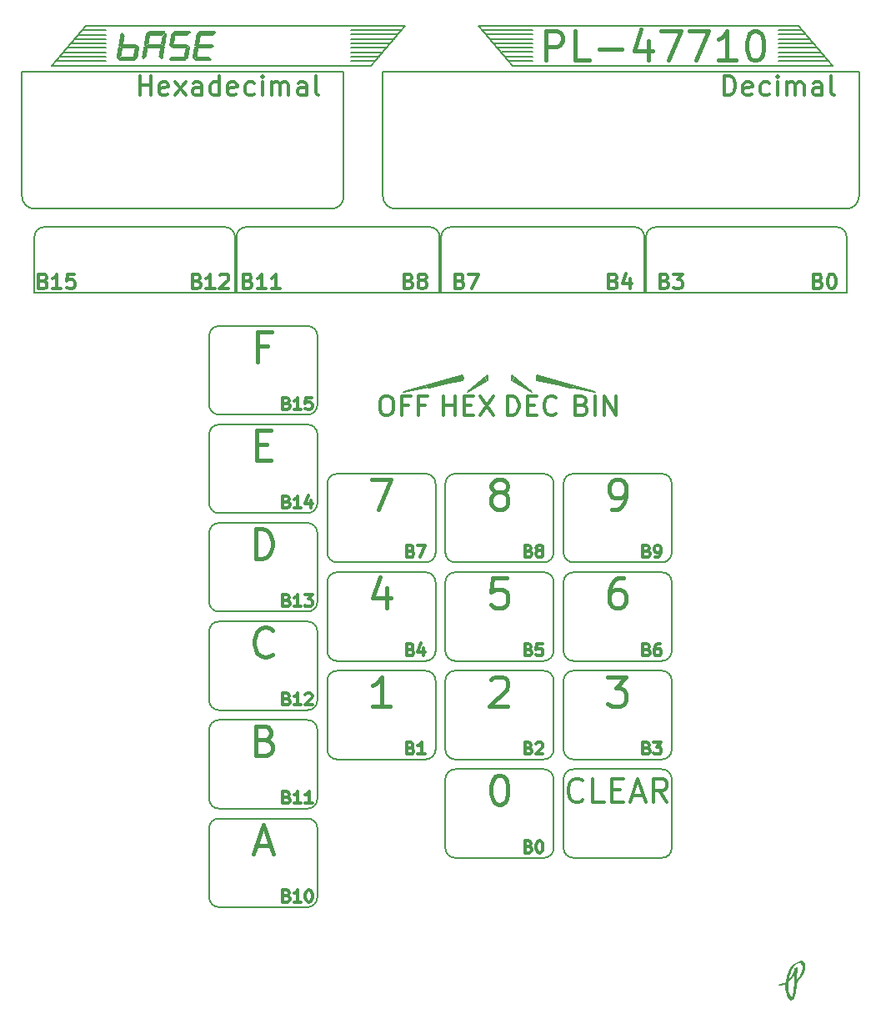
<source format=gbr>
G04 #@! TF.FileFunction,Legend,Top*
%FSLAX46Y46*%
G04 Gerber Fmt 4.6, Leading zero omitted, Abs format (unit mm)*
G04 Created by KiCad (PCBNEW 4.0.7) date Friday, July 13, 2018 'AMt' 10:09:28 AM*
%MOMM*%
%LPD*%
G01*
G04 APERTURE LIST*
%ADD10C,0.100000*%
%ADD11C,0.200000*%
%ADD12C,0.430000*%
%ADD13C,0.400000*%
%ADD14C,0.350000*%
%ADD15C,0.300000*%
%ADD16C,0.340000*%
%ADD17C,0.360000*%
%ADD18C,0.150000*%
%ADD19C,0.010000*%
G04 APERTURE END LIST*
D10*
D11*
X65990000Y-53944046D02*
X60880000Y-53944046D01*
X65990000Y-53494046D02*
X61270000Y-53494046D01*
X65990000Y-52594046D02*
X62040000Y-52594046D01*
X65990000Y-53044046D02*
X61650000Y-53044046D01*
X65990000Y-51244046D02*
X63190000Y-51244046D01*
X65990000Y-51694046D02*
X62810000Y-51694046D01*
X65990000Y-50794046D02*
X63580000Y-50794046D01*
X60490000Y-54394046D02*
X63980000Y-50324046D01*
X65990000Y-52144046D02*
X62420000Y-52144046D01*
X90940000Y-51224046D02*
X95660000Y-51224046D01*
X90940000Y-53924046D02*
X93350000Y-53924046D01*
X90940000Y-50774046D02*
X96050000Y-50774046D01*
X92950000Y-54394046D02*
X60490000Y-54394046D01*
X96440000Y-50324046D02*
X92950000Y-54394046D01*
X96440000Y-50324046D02*
X63980000Y-50324046D01*
X90940000Y-52574046D02*
X94510000Y-52574046D01*
X90940000Y-53024046D02*
X94120000Y-53024046D01*
X90940000Y-53474046D02*
X93740000Y-53474046D01*
X90940000Y-51674046D02*
X95280000Y-51674046D01*
X90940000Y-52124046D02*
X94890000Y-52124046D01*
X134330000Y-50790000D02*
X136740000Y-50790000D01*
X134330000Y-51240000D02*
X137130000Y-51240000D01*
X134330000Y-51690000D02*
X137510000Y-51690000D01*
X134330000Y-52140000D02*
X137900000Y-52140000D01*
X139830000Y-54390000D02*
X136340000Y-50320000D01*
X134330000Y-53040000D02*
X138670000Y-53040000D01*
X134330000Y-53490000D02*
X139050000Y-53490000D01*
X134330000Y-52590000D02*
X138280000Y-52590000D01*
X134330000Y-53940000D02*
X139440000Y-53940000D01*
X139830000Y-54390000D02*
X107370000Y-54390000D01*
X109380000Y-53920000D02*
X106970000Y-53920000D01*
X109380000Y-53470000D02*
X106580000Y-53470000D01*
X109380000Y-53020000D02*
X106200000Y-53020000D01*
X109380000Y-52570000D02*
X105810000Y-52570000D01*
X109380000Y-52120000D02*
X105430000Y-52120000D01*
X109380000Y-51670000D02*
X105040000Y-51670000D01*
X109380000Y-51220000D02*
X104660000Y-51220000D01*
X136340000Y-50320000D02*
X103880000Y-50320000D01*
X57490000Y-55000000D02*
X90180000Y-55000000D01*
X88910000Y-68930000D02*
X58760000Y-68930000D01*
X57490000Y-67660000D02*
G75*
G03X58760000Y-68930000I1270000J0D01*
G01*
X57490000Y-67660000D02*
X57490000Y-55000000D01*
X90180000Y-55000000D02*
X90180000Y-67660000D01*
X88910000Y-68930000D02*
G75*
G03X90180000Y-67660000I0J1270000D01*
G01*
X142510000Y-55000000D02*
X94150000Y-55000000D01*
X142510000Y-55000000D02*
X142510000Y-67660000D01*
X141240000Y-68930000D02*
G75*
G03X142510000Y-67660000I0J1270000D01*
G01*
X141240000Y-68930000D02*
X95420000Y-68930000D01*
X94150000Y-67660000D02*
G75*
G03X95420000Y-68930000I1270000J0D01*
G01*
X94150000Y-67660000D02*
X94150000Y-55000000D01*
X109380000Y-50770000D02*
X104270000Y-50770000D01*
X103880000Y-50320000D02*
X107370000Y-54390000D01*
D12*
X110695000Y-53857143D02*
X110695000Y-50857143D01*
X111837857Y-50857143D01*
X112123571Y-51000000D01*
X112266428Y-51142857D01*
X112409285Y-51428571D01*
X112409285Y-51857143D01*
X112266428Y-52142857D01*
X112123571Y-52285714D01*
X111837857Y-52428571D01*
X110695000Y-52428571D01*
X115123571Y-53857143D02*
X113695000Y-53857143D01*
X113695000Y-50857143D01*
X116123571Y-52714286D02*
X118409285Y-52714286D01*
X121123571Y-51857143D02*
X121123571Y-53857143D01*
X120409285Y-50714286D02*
X119695000Y-52857143D01*
X121552142Y-52857143D01*
X122409285Y-50857143D02*
X124409285Y-50857143D01*
X123123571Y-53857143D01*
X125266428Y-50857143D02*
X127266428Y-50857143D01*
X125980714Y-53857143D01*
X129980714Y-53857143D02*
X128266429Y-53857143D01*
X129123571Y-53857143D02*
X129123571Y-50857143D01*
X128837857Y-51285714D01*
X128552143Y-51571429D01*
X128266429Y-51714286D01*
X131837857Y-50857143D02*
X132123572Y-50857143D01*
X132409286Y-51000000D01*
X132552143Y-51142857D01*
X132695000Y-51428571D01*
X132837857Y-52000000D01*
X132837857Y-52714286D01*
X132695000Y-53285714D01*
X132552143Y-53571429D01*
X132409286Y-53714286D01*
X132123572Y-53857143D01*
X131837857Y-53857143D01*
X131552143Y-53714286D01*
X131409286Y-53571429D01*
X131266429Y-53285714D01*
X131123572Y-52714286D01*
X131123572Y-52000000D01*
X131266429Y-51428571D01*
X131409286Y-51142857D01*
X131552143Y-51000000D01*
X131837857Y-50857143D01*
D11*
X109250000Y-87500000D02*
X107250000Y-86090000D01*
X102750000Y-87500000D02*
X104750000Y-86090000D01*
D13*
X113210000Y-86900000D02*
X109850000Y-86120000D01*
X98750000Y-86910000D02*
X102150000Y-86080000D01*
D14*
X128831427Y-57394762D02*
X128831427Y-55394762D01*
X129307618Y-55394762D01*
X129593332Y-55490000D01*
X129783808Y-55680476D01*
X129879047Y-55870952D01*
X129974285Y-56251905D01*
X129974285Y-56537619D01*
X129879047Y-56918571D01*
X129783808Y-57109048D01*
X129593332Y-57299524D01*
X129307618Y-57394762D01*
X128831427Y-57394762D01*
X131593332Y-57299524D02*
X131402856Y-57394762D01*
X131021904Y-57394762D01*
X130831427Y-57299524D01*
X130736189Y-57109048D01*
X130736189Y-56347143D01*
X130831427Y-56156667D01*
X131021904Y-56061429D01*
X131402856Y-56061429D01*
X131593332Y-56156667D01*
X131688570Y-56347143D01*
X131688570Y-56537619D01*
X130736189Y-56728095D01*
X133402856Y-57299524D02*
X133212380Y-57394762D01*
X132831428Y-57394762D01*
X132640952Y-57299524D01*
X132545713Y-57204286D01*
X132450475Y-57013810D01*
X132450475Y-56442381D01*
X132545713Y-56251905D01*
X132640952Y-56156667D01*
X132831428Y-56061429D01*
X133212380Y-56061429D01*
X133402856Y-56156667D01*
X134259999Y-57394762D02*
X134259999Y-56061429D01*
X134259999Y-55394762D02*
X134164761Y-55490000D01*
X134259999Y-55585238D01*
X134355238Y-55490000D01*
X134259999Y-55394762D01*
X134259999Y-55585238D01*
X135212380Y-57394762D02*
X135212380Y-56061429D01*
X135212380Y-56251905D02*
X135307619Y-56156667D01*
X135498095Y-56061429D01*
X135783809Y-56061429D01*
X135974285Y-56156667D01*
X136069523Y-56347143D01*
X136069523Y-57394762D01*
X136069523Y-56347143D02*
X136164761Y-56156667D01*
X136355238Y-56061429D01*
X136640952Y-56061429D01*
X136831428Y-56156667D01*
X136926666Y-56347143D01*
X136926666Y-57394762D01*
X138736190Y-57394762D02*
X138736190Y-56347143D01*
X138640952Y-56156667D01*
X138450476Y-56061429D01*
X138069524Y-56061429D01*
X137879047Y-56156667D01*
X138736190Y-57299524D02*
X138545714Y-57394762D01*
X138069524Y-57394762D01*
X137879047Y-57299524D01*
X137783809Y-57109048D01*
X137783809Y-56918571D01*
X137879047Y-56728095D01*
X138069524Y-56632857D01*
X138545714Y-56632857D01*
X138736190Y-56537619D01*
X139974286Y-57394762D02*
X139783810Y-57299524D01*
X139688571Y-57109048D01*
X139688571Y-55394762D01*
X69443807Y-57394762D02*
X69443807Y-55394762D01*
X69443807Y-56347143D02*
X70586665Y-56347143D01*
X70586665Y-57394762D02*
X70586665Y-55394762D01*
X72300950Y-57299524D02*
X72110474Y-57394762D01*
X71729522Y-57394762D01*
X71539045Y-57299524D01*
X71443807Y-57109048D01*
X71443807Y-56347143D01*
X71539045Y-56156667D01*
X71729522Y-56061429D01*
X72110474Y-56061429D01*
X72300950Y-56156667D01*
X72396188Y-56347143D01*
X72396188Y-56537619D01*
X71443807Y-56728095D01*
X73062855Y-57394762D02*
X74110474Y-56061429D01*
X73062855Y-56061429D02*
X74110474Y-57394762D01*
X75729522Y-57394762D02*
X75729522Y-56347143D01*
X75634284Y-56156667D01*
X75443808Y-56061429D01*
X75062856Y-56061429D01*
X74872379Y-56156667D01*
X75729522Y-57299524D02*
X75539046Y-57394762D01*
X75062856Y-57394762D01*
X74872379Y-57299524D01*
X74777141Y-57109048D01*
X74777141Y-56918571D01*
X74872379Y-56728095D01*
X75062856Y-56632857D01*
X75539046Y-56632857D01*
X75729522Y-56537619D01*
X77539046Y-57394762D02*
X77539046Y-55394762D01*
X77539046Y-57299524D02*
X77348570Y-57394762D01*
X76967618Y-57394762D01*
X76777142Y-57299524D01*
X76681903Y-57204286D01*
X76586665Y-57013810D01*
X76586665Y-56442381D01*
X76681903Y-56251905D01*
X76777142Y-56156667D01*
X76967618Y-56061429D01*
X77348570Y-56061429D01*
X77539046Y-56156667D01*
X79253332Y-57299524D02*
X79062856Y-57394762D01*
X78681904Y-57394762D01*
X78491427Y-57299524D01*
X78396189Y-57109048D01*
X78396189Y-56347143D01*
X78491427Y-56156667D01*
X78681904Y-56061429D01*
X79062856Y-56061429D01*
X79253332Y-56156667D01*
X79348570Y-56347143D01*
X79348570Y-56537619D01*
X78396189Y-56728095D01*
X81062856Y-57299524D02*
X80872380Y-57394762D01*
X80491428Y-57394762D01*
X80300952Y-57299524D01*
X80205713Y-57204286D01*
X80110475Y-57013810D01*
X80110475Y-56442381D01*
X80205713Y-56251905D01*
X80300952Y-56156667D01*
X80491428Y-56061429D01*
X80872380Y-56061429D01*
X81062856Y-56156667D01*
X81919999Y-57394762D02*
X81919999Y-56061429D01*
X81919999Y-55394762D02*
X81824761Y-55490000D01*
X81919999Y-55585238D01*
X82015238Y-55490000D01*
X81919999Y-55394762D01*
X81919999Y-55585238D01*
X82872380Y-57394762D02*
X82872380Y-56061429D01*
X82872380Y-56251905D02*
X82967619Y-56156667D01*
X83158095Y-56061429D01*
X83443809Y-56061429D01*
X83634285Y-56156667D01*
X83729523Y-56347143D01*
X83729523Y-57394762D01*
X83729523Y-56347143D02*
X83824761Y-56156667D01*
X84015238Y-56061429D01*
X84300952Y-56061429D01*
X84491428Y-56156667D01*
X84586666Y-56347143D01*
X84586666Y-57394762D01*
X86396190Y-57394762D02*
X86396190Y-56347143D01*
X86300952Y-56156667D01*
X86110476Y-56061429D01*
X85729524Y-56061429D01*
X85539047Y-56156667D01*
X86396190Y-57299524D02*
X86205714Y-57394762D01*
X85729524Y-57394762D01*
X85539047Y-57299524D01*
X85443809Y-57109048D01*
X85443809Y-56918571D01*
X85539047Y-56728095D01*
X85729524Y-56632857D01*
X86205714Y-56632857D01*
X86396190Y-56537619D01*
X87634286Y-57394762D02*
X87443810Y-57299524D01*
X87348571Y-57109048D01*
X87348571Y-55394762D01*
D11*
X115750000Y-87500000D02*
X109750000Y-85830000D01*
X107250000Y-85830000D02*
X109250000Y-87500000D01*
X102750000Y-87500000D02*
X104750000Y-85830000D01*
X102250000Y-85830000D02*
X96250000Y-87500000D01*
X96250000Y-87500000D02*
X102250000Y-86330000D01*
X115750000Y-87500000D02*
X109750000Y-86330000D01*
X109250000Y-87500000D02*
X107250000Y-86330000D01*
X109750000Y-85830000D02*
X109750000Y-86330000D01*
X107250000Y-85830000D02*
X107250000Y-86330000D01*
X102250000Y-85830000D02*
X102250000Y-86330000D01*
X104750000Y-86340000D02*
X102750000Y-87500000D01*
X104750000Y-85830000D02*
X104750000Y-86330000D01*
D15*
X94345238Y-87904762D02*
X94726190Y-87904762D01*
X94916666Y-88000000D01*
X95107143Y-88190476D01*
X95202381Y-88571429D01*
X95202381Y-89238095D01*
X95107143Y-89619048D01*
X94916666Y-89809524D01*
X94726190Y-89904762D01*
X94345238Y-89904762D01*
X94154762Y-89809524D01*
X93964285Y-89619048D01*
X93869047Y-89238095D01*
X93869047Y-88571429D01*
X93964285Y-88190476D01*
X94154762Y-88000000D01*
X94345238Y-87904762D01*
X96726190Y-88857143D02*
X96059523Y-88857143D01*
X96059523Y-89904762D02*
X96059523Y-87904762D01*
X97011904Y-87904762D01*
X98440476Y-88857143D02*
X97773809Y-88857143D01*
X97773809Y-89904762D02*
X97773809Y-87904762D01*
X98726190Y-87904762D01*
X106821428Y-89904762D02*
X106821428Y-87904762D01*
X107297619Y-87904762D01*
X107583333Y-88000000D01*
X107773809Y-88190476D01*
X107869048Y-88380952D01*
X107964286Y-88761905D01*
X107964286Y-89047619D01*
X107869048Y-89428571D01*
X107773809Y-89619048D01*
X107583333Y-89809524D01*
X107297619Y-89904762D01*
X106821428Y-89904762D01*
X108821428Y-88857143D02*
X109488095Y-88857143D01*
X109773809Y-89904762D02*
X108821428Y-89904762D01*
X108821428Y-87904762D01*
X109773809Y-87904762D01*
X111773810Y-89714286D02*
X111678572Y-89809524D01*
X111392857Y-89904762D01*
X111202381Y-89904762D01*
X110916667Y-89809524D01*
X110726191Y-89619048D01*
X110630952Y-89428571D01*
X110535714Y-89047619D01*
X110535714Y-88761905D01*
X110630952Y-88380952D01*
X110726191Y-88190476D01*
X110916667Y-88000000D01*
X111202381Y-87904762D01*
X111392857Y-87904762D01*
X111678572Y-88000000D01*
X111773810Y-88095238D01*
X114369048Y-88857143D02*
X114654762Y-88952381D01*
X114750001Y-89047619D01*
X114845239Y-89238095D01*
X114845239Y-89523810D01*
X114750001Y-89714286D01*
X114654762Y-89809524D01*
X114464286Y-89904762D01*
X113702381Y-89904762D01*
X113702381Y-87904762D01*
X114369048Y-87904762D01*
X114559524Y-88000000D01*
X114654762Y-88095238D01*
X114750001Y-88285714D01*
X114750001Y-88476190D01*
X114654762Y-88666667D01*
X114559524Y-88761905D01*
X114369048Y-88857143D01*
X113702381Y-88857143D01*
X115702381Y-89904762D02*
X115702381Y-87904762D01*
X116654762Y-89904762D02*
X116654762Y-87904762D01*
X117797620Y-89904762D01*
X117797620Y-87904762D01*
X100321428Y-89904762D02*
X100321428Y-87904762D01*
X100321428Y-88857143D02*
X101464286Y-88857143D01*
X101464286Y-89904762D02*
X101464286Y-87904762D01*
X102416666Y-88857143D02*
X103083333Y-88857143D01*
X103369047Y-89904762D02*
X102416666Y-89904762D01*
X102416666Y-87904762D01*
X103369047Y-87904762D01*
X104035714Y-87904762D02*
X105369048Y-89904762D01*
X105369048Y-87904762D02*
X104035714Y-89904762D01*
X84402857Y-88674286D02*
X84574286Y-88731429D01*
X84631429Y-88788571D01*
X84688572Y-88902857D01*
X84688572Y-89074286D01*
X84631429Y-89188571D01*
X84574286Y-89245714D01*
X84460000Y-89302857D01*
X84002857Y-89302857D01*
X84002857Y-88102857D01*
X84402857Y-88102857D01*
X84517143Y-88160000D01*
X84574286Y-88217143D01*
X84631429Y-88331429D01*
X84631429Y-88445714D01*
X84574286Y-88560000D01*
X84517143Y-88617143D01*
X84402857Y-88674286D01*
X84002857Y-88674286D01*
X85831429Y-89302857D02*
X85145714Y-89302857D01*
X85488572Y-89302857D02*
X85488572Y-88102857D01*
X85374286Y-88274286D01*
X85260000Y-88388571D01*
X85145714Y-88445714D01*
X86917143Y-88102857D02*
X86345714Y-88102857D01*
X86288571Y-88674286D01*
X86345714Y-88617143D01*
X86460000Y-88560000D01*
X86745714Y-88560000D01*
X86860000Y-88617143D01*
X86917143Y-88674286D01*
X86974286Y-88788571D01*
X86974286Y-89074286D01*
X86917143Y-89188571D01*
X86860000Y-89245714D01*
X86745714Y-89302857D01*
X86460000Y-89302857D01*
X86345714Y-89245714D01*
X86288571Y-89188571D01*
X84402857Y-98674286D02*
X84574286Y-98731429D01*
X84631429Y-98788571D01*
X84688572Y-98902857D01*
X84688572Y-99074286D01*
X84631429Y-99188571D01*
X84574286Y-99245714D01*
X84460000Y-99302857D01*
X84002857Y-99302857D01*
X84002857Y-98102857D01*
X84402857Y-98102857D01*
X84517143Y-98160000D01*
X84574286Y-98217143D01*
X84631429Y-98331429D01*
X84631429Y-98445714D01*
X84574286Y-98560000D01*
X84517143Y-98617143D01*
X84402857Y-98674286D01*
X84002857Y-98674286D01*
X85831429Y-99302857D02*
X85145714Y-99302857D01*
X85488572Y-99302857D02*
X85488572Y-98102857D01*
X85374286Y-98274286D01*
X85260000Y-98388571D01*
X85145714Y-98445714D01*
X86860000Y-98502857D02*
X86860000Y-99302857D01*
X86574286Y-98045714D02*
X86288571Y-98902857D01*
X87031429Y-98902857D01*
X84402857Y-108674286D02*
X84574286Y-108731429D01*
X84631429Y-108788571D01*
X84688572Y-108902857D01*
X84688572Y-109074286D01*
X84631429Y-109188571D01*
X84574286Y-109245714D01*
X84460000Y-109302857D01*
X84002857Y-109302857D01*
X84002857Y-108102857D01*
X84402857Y-108102857D01*
X84517143Y-108160000D01*
X84574286Y-108217143D01*
X84631429Y-108331429D01*
X84631429Y-108445714D01*
X84574286Y-108560000D01*
X84517143Y-108617143D01*
X84402857Y-108674286D01*
X84002857Y-108674286D01*
X85831429Y-109302857D02*
X85145714Y-109302857D01*
X85488572Y-109302857D02*
X85488572Y-108102857D01*
X85374286Y-108274286D01*
X85260000Y-108388571D01*
X85145714Y-108445714D01*
X86231429Y-108102857D02*
X86974286Y-108102857D01*
X86574286Y-108560000D01*
X86745714Y-108560000D01*
X86860000Y-108617143D01*
X86917143Y-108674286D01*
X86974286Y-108788571D01*
X86974286Y-109074286D01*
X86917143Y-109188571D01*
X86860000Y-109245714D01*
X86745714Y-109302857D01*
X86402857Y-109302857D01*
X86288571Y-109245714D01*
X86231429Y-109188571D01*
X84402857Y-118674286D02*
X84574286Y-118731429D01*
X84631429Y-118788571D01*
X84688572Y-118902857D01*
X84688572Y-119074286D01*
X84631429Y-119188571D01*
X84574286Y-119245714D01*
X84460000Y-119302857D01*
X84002857Y-119302857D01*
X84002857Y-118102857D01*
X84402857Y-118102857D01*
X84517143Y-118160000D01*
X84574286Y-118217143D01*
X84631429Y-118331429D01*
X84631429Y-118445714D01*
X84574286Y-118560000D01*
X84517143Y-118617143D01*
X84402857Y-118674286D01*
X84002857Y-118674286D01*
X85831429Y-119302857D02*
X85145714Y-119302857D01*
X85488572Y-119302857D02*
X85488572Y-118102857D01*
X85374286Y-118274286D01*
X85260000Y-118388571D01*
X85145714Y-118445714D01*
X86288571Y-118217143D02*
X86345714Y-118160000D01*
X86460000Y-118102857D01*
X86745714Y-118102857D01*
X86860000Y-118160000D01*
X86917143Y-118217143D01*
X86974286Y-118331429D01*
X86974286Y-118445714D01*
X86917143Y-118617143D01*
X86231429Y-119302857D01*
X86974286Y-119302857D01*
X84402857Y-128674286D02*
X84574286Y-128731429D01*
X84631429Y-128788571D01*
X84688572Y-128902857D01*
X84688572Y-129074286D01*
X84631429Y-129188571D01*
X84574286Y-129245714D01*
X84460000Y-129302857D01*
X84002857Y-129302857D01*
X84002857Y-128102857D01*
X84402857Y-128102857D01*
X84517143Y-128160000D01*
X84574286Y-128217143D01*
X84631429Y-128331429D01*
X84631429Y-128445714D01*
X84574286Y-128560000D01*
X84517143Y-128617143D01*
X84402857Y-128674286D01*
X84002857Y-128674286D01*
X85831429Y-129302857D02*
X85145714Y-129302857D01*
X85488572Y-129302857D02*
X85488572Y-128102857D01*
X85374286Y-128274286D01*
X85260000Y-128388571D01*
X85145714Y-128445714D01*
X86974286Y-129302857D02*
X86288571Y-129302857D01*
X86631429Y-129302857D02*
X86631429Y-128102857D01*
X86517143Y-128274286D01*
X86402857Y-128388571D01*
X86288571Y-128445714D01*
X84402857Y-138674286D02*
X84574286Y-138731429D01*
X84631429Y-138788571D01*
X84688572Y-138902857D01*
X84688572Y-139074286D01*
X84631429Y-139188571D01*
X84574286Y-139245714D01*
X84460000Y-139302857D01*
X84002857Y-139302857D01*
X84002857Y-138102857D01*
X84402857Y-138102857D01*
X84517143Y-138160000D01*
X84574286Y-138217143D01*
X84631429Y-138331429D01*
X84631429Y-138445714D01*
X84574286Y-138560000D01*
X84517143Y-138617143D01*
X84402857Y-138674286D01*
X84002857Y-138674286D01*
X85831429Y-139302857D02*
X85145714Y-139302857D01*
X85488572Y-139302857D02*
X85488572Y-138102857D01*
X85374286Y-138274286D01*
X85260000Y-138388571D01*
X85145714Y-138445714D01*
X86574286Y-138102857D02*
X86688571Y-138102857D01*
X86802857Y-138160000D01*
X86860000Y-138217143D01*
X86917143Y-138331429D01*
X86974286Y-138560000D01*
X86974286Y-138845714D01*
X86917143Y-139074286D01*
X86860000Y-139188571D01*
X86802857Y-139245714D01*
X86688571Y-139302857D01*
X86574286Y-139302857D01*
X86460000Y-139245714D01*
X86402857Y-139188571D01*
X86345714Y-139074286D01*
X86288571Y-138845714D01*
X86288571Y-138560000D01*
X86345714Y-138331429D01*
X86402857Y-138217143D01*
X86460000Y-138160000D01*
X86574286Y-138102857D01*
X108974286Y-133674286D02*
X109145715Y-133731429D01*
X109202858Y-133788571D01*
X109260001Y-133902857D01*
X109260001Y-134074286D01*
X109202858Y-134188571D01*
X109145715Y-134245714D01*
X109031429Y-134302857D01*
X108574286Y-134302857D01*
X108574286Y-133102857D01*
X108974286Y-133102857D01*
X109088572Y-133160000D01*
X109145715Y-133217143D01*
X109202858Y-133331429D01*
X109202858Y-133445714D01*
X109145715Y-133560000D01*
X109088572Y-133617143D01*
X108974286Y-133674286D01*
X108574286Y-133674286D01*
X110002858Y-133102857D02*
X110117143Y-133102857D01*
X110231429Y-133160000D01*
X110288572Y-133217143D01*
X110345715Y-133331429D01*
X110402858Y-133560000D01*
X110402858Y-133845714D01*
X110345715Y-134074286D01*
X110288572Y-134188571D01*
X110231429Y-134245714D01*
X110117143Y-134302857D01*
X110002858Y-134302857D01*
X109888572Y-134245714D01*
X109831429Y-134188571D01*
X109774286Y-134074286D01*
X109717143Y-133845714D01*
X109717143Y-133560000D01*
X109774286Y-133331429D01*
X109831429Y-133217143D01*
X109888572Y-133160000D01*
X110002858Y-133102857D01*
X96974286Y-123674286D02*
X97145715Y-123731429D01*
X97202858Y-123788571D01*
X97260001Y-123902857D01*
X97260001Y-124074286D01*
X97202858Y-124188571D01*
X97145715Y-124245714D01*
X97031429Y-124302857D01*
X96574286Y-124302857D01*
X96574286Y-123102857D01*
X96974286Y-123102857D01*
X97088572Y-123160000D01*
X97145715Y-123217143D01*
X97202858Y-123331429D01*
X97202858Y-123445714D01*
X97145715Y-123560000D01*
X97088572Y-123617143D01*
X96974286Y-123674286D01*
X96574286Y-123674286D01*
X98402858Y-124302857D02*
X97717143Y-124302857D01*
X98060001Y-124302857D02*
X98060001Y-123102857D01*
X97945715Y-123274286D01*
X97831429Y-123388571D01*
X97717143Y-123445714D01*
X108974286Y-123674286D02*
X109145715Y-123731429D01*
X109202858Y-123788571D01*
X109260001Y-123902857D01*
X109260001Y-124074286D01*
X109202858Y-124188571D01*
X109145715Y-124245714D01*
X109031429Y-124302857D01*
X108574286Y-124302857D01*
X108574286Y-123102857D01*
X108974286Y-123102857D01*
X109088572Y-123160000D01*
X109145715Y-123217143D01*
X109202858Y-123331429D01*
X109202858Y-123445714D01*
X109145715Y-123560000D01*
X109088572Y-123617143D01*
X108974286Y-123674286D01*
X108574286Y-123674286D01*
X109717143Y-123217143D02*
X109774286Y-123160000D01*
X109888572Y-123102857D01*
X110174286Y-123102857D01*
X110288572Y-123160000D01*
X110345715Y-123217143D01*
X110402858Y-123331429D01*
X110402858Y-123445714D01*
X110345715Y-123617143D01*
X109660001Y-124302857D01*
X110402858Y-124302857D01*
X120974286Y-123674286D02*
X121145715Y-123731429D01*
X121202858Y-123788571D01*
X121260001Y-123902857D01*
X121260001Y-124074286D01*
X121202858Y-124188571D01*
X121145715Y-124245714D01*
X121031429Y-124302857D01*
X120574286Y-124302857D01*
X120574286Y-123102857D01*
X120974286Y-123102857D01*
X121088572Y-123160000D01*
X121145715Y-123217143D01*
X121202858Y-123331429D01*
X121202858Y-123445714D01*
X121145715Y-123560000D01*
X121088572Y-123617143D01*
X120974286Y-123674286D01*
X120574286Y-123674286D01*
X121660001Y-123102857D02*
X122402858Y-123102857D01*
X122002858Y-123560000D01*
X122174286Y-123560000D01*
X122288572Y-123617143D01*
X122345715Y-123674286D01*
X122402858Y-123788571D01*
X122402858Y-124074286D01*
X122345715Y-124188571D01*
X122288572Y-124245714D01*
X122174286Y-124302857D01*
X121831429Y-124302857D01*
X121717143Y-124245714D01*
X121660001Y-124188571D01*
X96974286Y-113674286D02*
X97145715Y-113731429D01*
X97202858Y-113788571D01*
X97260001Y-113902857D01*
X97260001Y-114074286D01*
X97202858Y-114188571D01*
X97145715Y-114245714D01*
X97031429Y-114302857D01*
X96574286Y-114302857D01*
X96574286Y-113102857D01*
X96974286Y-113102857D01*
X97088572Y-113160000D01*
X97145715Y-113217143D01*
X97202858Y-113331429D01*
X97202858Y-113445714D01*
X97145715Y-113560000D01*
X97088572Y-113617143D01*
X96974286Y-113674286D01*
X96574286Y-113674286D01*
X98288572Y-113502857D02*
X98288572Y-114302857D01*
X98002858Y-113045714D02*
X97717143Y-113902857D01*
X98460001Y-113902857D01*
X108974286Y-113674286D02*
X109145715Y-113731429D01*
X109202858Y-113788571D01*
X109260001Y-113902857D01*
X109260001Y-114074286D01*
X109202858Y-114188571D01*
X109145715Y-114245714D01*
X109031429Y-114302857D01*
X108574286Y-114302857D01*
X108574286Y-113102857D01*
X108974286Y-113102857D01*
X109088572Y-113160000D01*
X109145715Y-113217143D01*
X109202858Y-113331429D01*
X109202858Y-113445714D01*
X109145715Y-113560000D01*
X109088572Y-113617143D01*
X108974286Y-113674286D01*
X108574286Y-113674286D01*
X110345715Y-113102857D02*
X109774286Y-113102857D01*
X109717143Y-113674286D01*
X109774286Y-113617143D01*
X109888572Y-113560000D01*
X110174286Y-113560000D01*
X110288572Y-113617143D01*
X110345715Y-113674286D01*
X110402858Y-113788571D01*
X110402858Y-114074286D01*
X110345715Y-114188571D01*
X110288572Y-114245714D01*
X110174286Y-114302857D01*
X109888572Y-114302857D01*
X109774286Y-114245714D01*
X109717143Y-114188571D01*
X120974286Y-113674286D02*
X121145715Y-113731429D01*
X121202858Y-113788571D01*
X121260001Y-113902857D01*
X121260001Y-114074286D01*
X121202858Y-114188571D01*
X121145715Y-114245714D01*
X121031429Y-114302857D01*
X120574286Y-114302857D01*
X120574286Y-113102857D01*
X120974286Y-113102857D01*
X121088572Y-113160000D01*
X121145715Y-113217143D01*
X121202858Y-113331429D01*
X121202858Y-113445714D01*
X121145715Y-113560000D01*
X121088572Y-113617143D01*
X120974286Y-113674286D01*
X120574286Y-113674286D01*
X122288572Y-113102857D02*
X122060001Y-113102857D01*
X121945715Y-113160000D01*
X121888572Y-113217143D01*
X121774286Y-113388571D01*
X121717143Y-113617143D01*
X121717143Y-114074286D01*
X121774286Y-114188571D01*
X121831429Y-114245714D01*
X121945715Y-114302857D01*
X122174286Y-114302857D01*
X122288572Y-114245714D01*
X122345715Y-114188571D01*
X122402858Y-114074286D01*
X122402858Y-113788571D01*
X122345715Y-113674286D01*
X122288572Y-113617143D01*
X122174286Y-113560000D01*
X121945715Y-113560000D01*
X121831429Y-113617143D01*
X121774286Y-113674286D01*
X121717143Y-113788571D01*
X96974286Y-103674286D02*
X97145715Y-103731429D01*
X97202858Y-103788571D01*
X97260001Y-103902857D01*
X97260001Y-104074286D01*
X97202858Y-104188571D01*
X97145715Y-104245714D01*
X97031429Y-104302857D01*
X96574286Y-104302857D01*
X96574286Y-103102857D01*
X96974286Y-103102857D01*
X97088572Y-103160000D01*
X97145715Y-103217143D01*
X97202858Y-103331429D01*
X97202858Y-103445714D01*
X97145715Y-103560000D01*
X97088572Y-103617143D01*
X96974286Y-103674286D01*
X96574286Y-103674286D01*
X97660001Y-103102857D02*
X98460001Y-103102857D01*
X97945715Y-104302857D01*
X108974286Y-103674286D02*
X109145715Y-103731429D01*
X109202858Y-103788571D01*
X109260001Y-103902857D01*
X109260001Y-104074286D01*
X109202858Y-104188571D01*
X109145715Y-104245714D01*
X109031429Y-104302857D01*
X108574286Y-104302857D01*
X108574286Y-103102857D01*
X108974286Y-103102857D01*
X109088572Y-103160000D01*
X109145715Y-103217143D01*
X109202858Y-103331429D01*
X109202858Y-103445714D01*
X109145715Y-103560000D01*
X109088572Y-103617143D01*
X108974286Y-103674286D01*
X108574286Y-103674286D01*
X109945715Y-103617143D02*
X109831429Y-103560000D01*
X109774286Y-103502857D01*
X109717143Y-103388571D01*
X109717143Y-103331429D01*
X109774286Y-103217143D01*
X109831429Y-103160000D01*
X109945715Y-103102857D01*
X110174286Y-103102857D01*
X110288572Y-103160000D01*
X110345715Y-103217143D01*
X110402858Y-103331429D01*
X110402858Y-103388571D01*
X110345715Y-103502857D01*
X110288572Y-103560000D01*
X110174286Y-103617143D01*
X109945715Y-103617143D01*
X109831429Y-103674286D01*
X109774286Y-103731429D01*
X109717143Y-103845714D01*
X109717143Y-104074286D01*
X109774286Y-104188571D01*
X109831429Y-104245714D01*
X109945715Y-104302857D01*
X110174286Y-104302857D01*
X110288572Y-104245714D01*
X110345715Y-104188571D01*
X110402858Y-104074286D01*
X110402858Y-103845714D01*
X110345715Y-103731429D01*
X110288572Y-103674286D01*
X110174286Y-103617143D01*
X120974286Y-103674286D02*
X121145715Y-103731429D01*
X121202858Y-103788571D01*
X121260001Y-103902857D01*
X121260001Y-104074286D01*
X121202858Y-104188571D01*
X121145715Y-104245714D01*
X121031429Y-104302857D01*
X120574286Y-104302857D01*
X120574286Y-103102857D01*
X120974286Y-103102857D01*
X121088572Y-103160000D01*
X121145715Y-103217143D01*
X121202858Y-103331429D01*
X121202858Y-103445714D01*
X121145715Y-103560000D01*
X121088572Y-103617143D01*
X120974286Y-103674286D01*
X120574286Y-103674286D01*
X121831429Y-104302857D02*
X122060001Y-104302857D01*
X122174286Y-104245714D01*
X122231429Y-104188571D01*
X122345715Y-104017143D01*
X122402858Y-103788571D01*
X122402858Y-103331429D01*
X122345715Y-103217143D01*
X122288572Y-103160000D01*
X122174286Y-103102857D01*
X121945715Y-103102857D01*
X121831429Y-103160000D01*
X121774286Y-103217143D01*
X121717143Y-103331429D01*
X121717143Y-103617143D01*
X121774286Y-103731429D01*
X121831429Y-103788571D01*
X121945715Y-103845714D01*
X122174286Y-103845714D01*
X122288572Y-103788571D01*
X122345715Y-103731429D01*
X122402858Y-103617143D01*
D12*
X82428572Y-82865714D02*
X81428572Y-82865714D01*
X81428572Y-84437143D02*
X81428572Y-81437143D01*
X82857143Y-81437143D01*
X81357143Y-92865714D02*
X82357143Y-92865714D01*
X82785714Y-94437143D02*
X81357143Y-94437143D01*
X81357143Y-91437143D01*
X82785714Y-91437143D01*
X81214286Y-104437143D02*
X81214286Y-101437143D01*
X81928571Y-101437143D01*
X82357143Y-101580000D01*
X82642857Y-101865714D01*
X82785714Y-102151429D01*
X82928571Y-102722857D01*
X82928571Y-103151429D01*
X82785714Y-103722857D01*
X82642857Y-104008571D01*
X82357143Y-104294286D01*
X81928571Y-104437143D01*
X81214286Y-104437143D01*
X82928571Y-114151429D02*
X82785714Y-114294286D01*
X82357143Y-114437143D01*
X82071429Y-114437143D01*
X81642857Y-114294286D01*
X81357143Y-114008571D01*
X81214286Y-113722857D01*
X81071429Y-113151429D01*
X81071429Y-112722857D01*
X81214286Y-112151429D01*
X81357143Y-111865714D01*
X81642857Y-111580000D01*
X82071429Y-111437143D01*
X82357143Y-111437143D01*
X82785714Y-111580000D01*
X82928571Y-111722857D01*
X82214286Y-122865714D02*
X82642857Y-123008571D01*
X82785714Y-123151429D01*
X82928571Y-123437143D01*
X82928571Y-123865714D01*
X82785714Y-124151429D01*
X82642857Y-124294286D01*
X82357143Y-124437143D01*
X81214286Y-124437143D01*
X81214286Y-121437143D01*
X82214286Y-121437143D01*
X82500000Y-121580000D01*
X82642857Y-121722857D01*
X82785714Y-122008571D01*
X82785714Y-122294286D01*
X82642857Y-122580000D01*
X82500000Y-122722857D01*
X82214286Y-122865714D01*
X81214286Y-122865714D01*
X81285715Y-133580000D02*
X82714286Y-133580000D01*
X81000000Y-134437143D02*
X82000000Y-131437143D01*
X83000000Y-134437143D01*
D16*
X114457143Y-128937143D02*
X114342857Y-129051429D01*
X114000000Y-129165714D01*
X113771429Y-129165714D01*
X113428572Y-129051429D01*
X113200000Y-128822857D01*
X113085715Y-128594286D01*
X112971429Y-128137143D01*
X112971429Y-127794286D01*
X113085715Y-127337143D01*
X113200000Y-127108571D01*
X113428572Y-126880000D01*
X113771429Y-126765714D01*
X114000000Y-126765714D01*
X114342857Y-126880000D01*
X114457143Y-126994286D01*
X116628572Y-129165714D02*
X115485715Y-129165714D01*
X115485715Y-126765714D01*
X117428572Y-127908571D02*
X118228572Y-127908571D01*
X118571429Y-129165714D02*
X117428572Y-129165714D01*
X117428572Y-126765714D01*
X118571429Y-126765714D01*
X119485715Y-128480000D02*
X120628572Y-128480000D01*
X119257143Y-129165714D02*
X120057143Y-126765714D01*
X120857143Y-129165714D01*
X123028572Y-129165714D02*
X122228572Y-128022857D01*
X121657144Y-129165714D02*
X121657144Y-126765714D01*
X122571429Y-126765714D01*
X122800001Y-126880000D01*
X122914286Y-126994286D01*
X123028572Y-127222857D01*
X123028572Y-127565714D01*
X122914286Y-127794286D01*
X122800001Y-127908571D01*
X122571429Y-128022857D01*
X121657144Y-128022857D01*
D12*
X94857143Y-119437143D02*
X93142858Y-119437143D01*
X94000000Y-119437143D02*
X94000000Y-116437143D01*
X93714286Y-116865714D01*
X93428572Y-117151429D01*
X93142858Y-117294286D01*
X105142858Y-116722857D02*
X105285715Y-116580000D01*
X105571429Y-116437143D01*
X106285715Y-116437143D01*
X106571429Y-116580000D01*
X106714286Y-116722857D01*
X106857143Y-117008571D01*
X106857143Y-117294286D01*
X106714286Y-117722857D01*
X105000000Y-119437143D01*
X106857143Y-119437143D01*
X117000000Y-116437143D02*
X118857143Y-116437143D01*
X117857143Y-117580000D01*
X118285715Y-117580000D01*
X118571429Y-117722857D01*
X118714286Y-117865714D01*
X118857143Y-118151429D01*
X118857143Y-118865714D01*
X118714286Y-119151429D01*
X118571429Y-119294286D01*
X118285715Y-119437143D01*
X117428572Y-119437143D01*
X117142858Y-119294286D01*
X117000000Y-119151429D01*
X94571429Y-107437143D02*
X94571429Y-109437143D01*
X93857143Y-106294286D02*
X93142858Y-108437143D01*
X95000000Y-108437143D01*
X106714286Y-106437143D02*
X105285715Y-106437143D01*
X105142858Y-107865714D01*
X105285715Y-107722857D01*
X105571429Y-107580000D01*
X106285715Y-107580000D01*
X106571429Y-107722857D01*
X106714286Y-107865714D01*
X106857143Y-108151429D01*
X106857143Y-108865714D01*
X106714286Y-109151429D01*
X106571429Y-109294286D01*
X106285715Y-109437143D01*
X105571429Y-109437143D01*
X105285715Y-109294286D01*
X105142858Y-109151429D01*
X118571429Y-106437143D02*
X118000000Y-106437143D01*
X117714286Y-106580000D01*
X117571429Y-106722857D01*
X117285715Y-107151429D01*
X117142858Y-107722857D01*
X117142858Y-108865714D01*
X117285715Y-109151429D01*
X117428572Y-109294286D01*
X117714286Y-109437143D01*
X118285715Y-109437143D01*
X118571429Y-109294286D01*
X118714286Y-109151429D01*
X118857143Y-108865714D01*
X118857143Y-108151429D01*
X118714286Y-107865714D01*
X118571429Y-107722857D01*
X118285715Y-107580000D01*
X117714286Y-107580000D01*
X117428572Y-107722857D01*
X117285715Y-107865714D01*
X117142858Y-108151429D01*
X93000000Y-96437143D02*
X95000000Y-96437143D01*
X93714286Y-99437143D01*
X105714286Y-97722857D02*
X105428572Y-97580000D01*
X105285715Y-97437143D01*
X105142858Y-97151429D01*
X105142858Y-97008571D01*
X105285715Y-96722857D01*
X105428572Y-96580000D01*
X105714286Y-96437143D01*
X106285715Y-96437143D01*
X106571429Y-96580000D01*
X106714286Y-96722857D01*
X106857143Y-97008571D01*
X106857143Y-97151429D01*
X106714286Y-97437143D01*
X106571429Y-97580000D01*
X106285715Y-97722857D01*
X105714286Y-97722857D01*
X105428572Y-97865714D01*
X105285715Y-98008571D01*
X105142858Y-98294286D01*
X105142858Y-98865714D01*
X105285715Y-99151429D01*
X105428572Y-99294286D01*
X105714286Y-99437143D01*
X106285715Y-99437143D01*
X106571429Y-99294286D01*
X106714286Y-99151429D01*
X106857143Y-98865714D01*
X106857143Y-98294286D01*
X106714286Y-98008571D01*
X106571429Y-97865714D01*
X106285715Y-97722857D01*
X117428572Y-99437143D02*
X118000000Y-99437143D01*
X118285715Y-99294286D01*
X118428572Y-99151429D01*
X118714286Y-98722857D01*
X118857143Y-98151429D01*
X118857143Y-97008571D01*
X118714286Y-96722857D01*
X118571429Y-96580000D01*
X118285715Y-96437143D01*
X117714286Y-96437143D01*
X117428572Y-96580000D01*
X117285715Y-96722857D01*
X117142858Y-97008571D01*
X117142858Y-97722857D01*
X117285715Y-98008571D01*
X117428572Y-98151429D01*
X117714286Y-98294286D01*
X118285715Y-98294286D01*
X118571429Y-98151429D01*
X118714286Y-98008571D01*
X118857143Y-97722857D01*
X105857143Y-126437143D02*
X106142858Y-126437143D01*
X106428572Y-126580000D01*
X106571429Y-126722857D01*
X106714286Y-127008571D01*
X106857143Y-127580000D01*
X106857143Y-128294286D01*
X106714286Y-128865714D01*
X106571429Y-129151429D01*
X106428572Y-129294286D01*
X106142858Y-129437143D01*
X105857143Y-129437143D01*
X105571429Y-129294286D01*
X105428572Y-129151429D01*
X105285715Y-128865714D01*
X105142858Y-128294286D01*
X105142858Y-127580000D01*
X105285715Y-127008571D01*
X105428572Y-126722857D01*
X105571429Y-126580000D01*
X105857143Y-126437143D01*
D11*
X78110000Y-70780000D02*
X59760000Y-70780000D01*
X98920000Y-70780000D02*
X80290000Y-70780000D01*
X119710000Y-70780000D02*
X101090000Y-70780000D01*
X140240000Y-70780000D02*
X121890000Y-70780000D01*
X58750000Y-77480000D02*
X141250000Y-77480000D01*
X58750000Y-71780000D02*
X58750000Y-77480000D01*
D17*
X79200000Y-71810000D02*
X79200000Y-77400000D01*
D11*
X79120000Y-71780000D02*
G75*
G03X78120000Y-70780000I-1000000J0D01*
G01*
X80280000Y-70780000D02*
G75*
G03X79280000Y-71780000I0J-1000000D01*
G01*
D17*
X120800000Y-71810000D02*
X120800000Y-77400000D01*
D11*
X120720000Y-71780000D02*
G75*
G03X119720000Y-70780000I-1000000J0D01*
G01*
X121880000Y-70780000D02*
G75*
G03X120880000Y-71780000I0J-1000000D01*
G01*
D17*
X100000000Y-71810000D02*
X100000000Y-77400000D01*
D15*
X75278572Y-76262857D02*
X75492858Y-76334286D01*
X75564286Y-76405714D01*
X75635715Y-76548571D01*
X75635715Y-76762857D01*
X75564286Y-76905714D01*
X75492858Y-76977143D01*
X75350000Y-77048571D01*
X74778572Y-77048571D01*
X74778572Y-75548571D01*
X75278572Y-75548571D01*
X75421429Y-75620000D01*
X75492858Y-75691429D01*
X75564286Y-75834286D01*
X75564286Y-75977143D01*
X75492858Y-76120000D01*
X75421429Y-76191429D01*
X75278572Y-76262857D01*
X74778572Y-76262857D01*
X77064286Y-77048571D02*
X76207143Y-77048571D01*
X76635715Y-77048571D02*
X76635715Y-75548571D01*
X76492858Y-75762857D01*
X76350000Y-75905714D01*
X76207143Y-75977143D01*
X77635714Y-75691429D02*
X77707143Y-75620000D01*
X77850000Y-75548571D01*
X78207143Y-75548571D01*
X78350000Y-75620000D01*
X78421429Y-75691429D01*
X78492857Y-75834286D01*
X78492857Y-75977143D01*
X78421429Y-76191429D01*
X77564286Y-77048571D01*
X78492857Y-77048571D01*
X80478572Y-76262857D02*
X80692858Y-76334286D01*
X80764286Y-76405714D01*
X80835715Y-76548571D01*
X80835715Y-76762857D01*
X80764286Y-76905714D01*
X80692858Y-76977143D01*
X80550000Y-77048571D01*
X79978572Y-77048571D01*
X79978572Y-75548571D01*
X80478572Y-75548571D01*
X80621429Y-75620000D01*
X80692858Y-75691429D01*
X80764286Y-75834286D01*
X80764286Y-75977143D01*
X80692858Y-76120000D01*
X80621429Y-76191429D01*
X80478572Y-76262857D01*
X79978572Y-76262857D01*
X82264286Y-77048571D02*
X81407143Y-77048571D01*
X81835715Y-77048571D02*
X81835715Y-75548571D01*
X81692858Y-75762857D01*
X81550000Y-75905714D01*
X81407143Y-75977143D01*
X83692857Y-77048571D02*
X82835714Y-77048571D01*
X83264286Y-77048571D02*
X83264286Y-75548571D01*
X83121429Y-75762857D01*
X82978571Y-75905714D01*
X82835714Y-75977143D01*
X96792858Y-76262857D02*
X97007144Y-76334286D01*
X97078572Y-76405714D01*
X97150001Y-76548571D01*
X97150001Y-76762857D01*
X97078572Y-76905714D01*
X97007144Y-76977143D01*
X96864286Y-77048571D01*
X96292858Y-77048571D01*
X96292858Y-75548571D01*
X96792858Y-75548571D01*
X96935715Y-75620000D01*
X97007144Y-75691429D01*
X97078572Y-75834286D01*
X97078572Y-75977143D01*
X97007144Y-76120000D01*
X96935715Y-76191429D01*
X96792858Y-76262857D01*
X96292858Y-76262857D01*
X98007144Y-76191429D02*
X97864286Y-76120000D01*
X97792858Y-76048571D01*
X97721429Y-75905714D01*
X97721429Y-75834286D01*
X97792858Y-75691429D01*
X97864286Y-75620000D01*
X98007144Y-75548571D01*
X98292858Y-75548571D01*
X98435715Y-75620000D01*
X98507144Y-75691429D01*
X98578572Y-75834286D01*
X98578572Y-75905714D01*
X98507144Y-76048571D01*
X98435715Y-76120000D01*
X98292858Y-76191429D01*
X98007144Y-76191429D01*
X97864286Y-76262857D01*
X97792858Y-76334286D01*
X97721429Y-76477143D01*
X97721429Y-76762857D01*
X97792858Y-76905714D01*
X97864286Y-76977143D01*
X98007144Y-77048571D01*
X98292858Y-77048571D01*
X98435715Y-76977143D01*
X98507144Y-76905714D01*
X98578572Y-76762857D01*
X98578572Y-76477143D01*
X98507144Y-76334286D01*
X98435715Y-76262857D01*
X98292858Y-76191429D01*
X101992858Y-76262857D02*
X102207144Y-76334286D01*
X102278572Y-76405714D01*
X102350001Y-76548571D01*
X102350001Y-76762857D01*
X102278572Y-76905714D01*
X102207144Y-76977143D01*
X102064286Y-77048571D01*
X101492858Y-77048571D01*
X101492858Y-75548571D01*
X101992858Y-75548571D01*
X102135715Y-75620000D01*
X102207144Y-75691429D01*
X102278572Y-75834286D01*
X102278572Y-75977143D01*
X102207144Y-76120000D01*
X102135715Y-76191429D01*
X101992858Y-76262857D01*
X101492858Y-76262857D01*
X102850001Y-75548571D02*
X103850001Y-75548571D01*
X103207144Y-77048571D01*
X117592858Y-76262857D02*
X117807144Y-76334286D01*
X117878572Y-76405714D01*
X117950001Y-76548571D01*
X117950001Y-76762857D01*
X117878572Y-76905714D01*
X117807144Y-76977143D01*
X117664286Y-77048571D01*
X117092858Y-77048571D01*
X117092858Y-75548571D01*
X117592858Y-75548571D01*
X117735715Y-75620000D01*
X117807144Y-75691429D01*
X117878572Y-75834286D01*
X117878572Y-75977143D01*
X117807144Y-76120000D01*
X117735715Y-76191429D01*
X117592858Y-76262857D01*
X117092858Y-76262857D01*
X119235715Y-76048571D02*
X119235715Y-77048571D01*
X118878572Y-75477143D02*
X118521429Y-76548571D01*
X119450001Y-76548571D01*
X122792858Y-76262857D02*
X123007144Y-76334286D01*
X123078572Y-76405714D01*
X123150001Y-76548571D01*
X123150001Y-76762857D01*
X123078572Y-76905714D01*
X123007144Y-76977143D01*
X122864286Y-77048571D01*
X122292858Y-77048571D01*
X122292858Y-75548571D01*
X122792858Y-75548571D01*
X122935715Y-75620000D01*
X123007144Y-75691429D01*
X123078572Y-75834286D01*
X123078572Y-75977143D01*
X123007144Y-76120000D01*
X122935715Y-76191429D01*
X122792858Y-76262857D01*
X122292858Y-76262857D01*
X123650001Y-75548571D02*
X124578572Y-75548571D01*
X124078572Y-76120000D01*
X124292858Y-76120000D01*
X124435715Y-76191429D01*
X124507144Y-76262857D01*
X124578572Y-76405714D01*
X124578572Y-76762857D01*
X124507144Y-76905714D01*
X124435715Y-76977143D01*
X124292858Y-77048571D01*
X123864286Y-77048571D01*
X123721429Y-76977143D01*
X123650001Y-76905714D01*
D11*
X59750000Y-70780000D02*
G75*
G03X58750000Y-71780000I0J-1000000D01*
G01*
X101080000Y-70780000D02*
G75*
G03X100080000Y-71780000I0J-1000000D01*
G01*
X99920000Y-71780000D02*
G75*
G03X98920000Y-70780000I-1000000J0D01*
G01*
X141250000Y-71780000D02*
G75*
G03X140250000Y-70780000I-1000000J0D01*
G01*
X141250000Y-71800000D02*
X141250000Y-77480000D01*
D15*
X59678572Y-76262857D02*
X59892858Y-76334286D01*
X59964286Y-76405714D01*
X60035715Y-76548571D01*
X60035715Y-76762857D01*
X59964286Y-76905714D01*
X59892858Y-76977143D01*
X59750000Y-77048571D01*
X59178572Y-77048571D01*
X59178572Y-75548571D01*
X59678572Y-75548571D01*
X59821429Y-75620000D01*
X59892858Y-75691429D01*
X59964286Y-75834286D01*
X59964286Y-75977143D01*
X59892858Y-76120000D01*
X59821429Y-76191429D01*
X59678572Y-76262857D01*
X59178572Y-76262857D01*
X61464286Y-77048571D02*
X60607143Y-77048571D01*
X61035715Y-77048571D02*
X61035715Y-75548571D01*
X60892858Y-75762857D01*
X60750000Y-75905714D01*
X60607143Y-75977143D01*
X62821429Y-75548571D02*
X62107143Y-75548571D01*
X62035714Y-76262857D01*
X62107143Y-76191429D01*
X62250000Y-76120000D01*
X62607143Y-76120000D01*
X62750000Y-76191429D01*
X62821429Y-76262857D01*
X62892857Y-76405714D01*
X62892857Y-76762857D01*
X62821429Y-76905714D01*
X62750000Y-76977143D01*
X62607143Y-77048571D01*
X62250000Y-77048571D01*
X62107143Y-76977143D01*
X62035714Y-76905714D01*
X138392858Y-76262857D02*
X138607144Y-76334286D01*
X138678572Y-76405714D01*
X138750001Y-76548571D01*
X138750001Y-76762857D01*
X138678572Y-76905714D01*
X138607144Y-76977143D01*
X138464286Y-77048571D01*
X137892858Y-77048571D01*
X137892858Y-75548571D01*
X138392858Y-75548571D01*
X138535715Y-75620000D01*
X138607144Y-75691429D01*
X138678572Y-75834286D01*
X138678572Y-75977143D01*
X138607144Y-76120000D01*
X138535715Y-76191429D01*
X138392858Y-76262857D01*
X137892858Y-76262857D01*
X139678572Y-75548571D02*
X139821429Y-75548571D01*
X139964286Y-75620000D01*
X140035715Y-75691429D01*
X140107144Y-75834286D01*
X140178572Y-76120000D01*
X140178572Y-76477143D01*
X140107144Y-76762857D01*
X140035715Y-76905714D01*
X139964286Y-76977143D01*
X139821429Y-77048571D01*
X139678572Y-77048571D01*
X139535715Y-76977143D01*
X139464286Y-76905714D01*
X139392858Y-76762857D01*
X139321429Y-76477143D01*
X139321429Y-76120000D01*
X139392858Y-75834286D01*
X139464286Y-75691429D01*
X139535715Y-75620000D01*
X139678572Y-75548571D01*
D18*
X76500000Y-138830000D02*
G75*
G03X77500000Y-139830000I1000000J0D01*
G01*
X86500000Y-139830000D02*
G75*
G03X87500000Y-138830000I0J1000000D01*
G01*
X77500000Y-130830000D02*
G75*
G03X76500000Y-131830000I0J-1000000D01*
G01*
X87500000Y-131830000D02*
G75*
G03X86500000Y-130830000I-1000000J0D01*
G01*
X76500000Y-138830000D02*
X76500000Y-131830000D01*
X86500000Y-139830000D02*
X77500000Y-139830000D01*
X87500000Y-131830000D02*
X87500000Y-138830000D01*
X77500000Y-130830000D02*
X86500000Y-130830000D01*
X76500000Y-88830000D02*
G75*
G03X77500000Y-89830000I1000000J0D01*
G01*
X86500000Y-89830000D02*
G75*
G03X87500000Y-88830000I0J1000000D01*
G01*
X77500000Y-80830000D02*
G75*
G03X76500000Y-81830000I0J-1000000D01*
G01*
X87500000Y-81830000D02*
G75*
G03X86500000Y-80830000I-1000000J0D01*
G01*
X76500000Y-88830000D02*
X76500000Y-81830000D01*
X86500000Y-89830000D02*
X77500000Y-89830000D01*
X87500000Y-81830000D02*
X87500000Y-88830000D01*
X77500000Y-80830000D02*
X86500000Y-80830000D01*
X76500000Y-98830000D02*
G75*
G03X77500000Y-99830000I1000000J0D01*
G01*
X86500000Y-99830000D02*
G75*
G03X87500000Y-98830000I0J1000000D01*
G01*
X77500000Y-90830000D02*
G75*
G03X76500000Y-91830000I0J-1000000D01*
G01*
X87500000Y-91830000D02*
G75*
G03X86500000Y-90830000I-1000000J0D01*
G01*
X76500000Y-98830000D02*
X76500000Y-91830000D01*
X86500000Y-99830000D02*
X77500000Y-99830000D01*
X87500000Y-91830000D02*
X87500000Y-98830000D01*
X77500000Y-90830000D02*
X86500000Y-90830000D01*
X76500000Y-108830000D02*
G75*
G03X77500000Y-109830000I1000000J0D01*
G01*
X86500000Y-109830000D02*
G75*
G03X87500000Y-108830000I0J1000000D01*
G01*
X77500000Y-100830000D02*
G75*
G03X76500000Y-101830000I0J-1000000D01*
G01*
X87500000Y-101830000D02*
G75*
G03X86500000Y-100830000I-1000000J0D01*
G01*
X76500000Y-108830000D02*
X76500000Y-101830000D01*
X86500000Y-109830000D02*
X77500000Y-109830000D01*
X87500000Y-101830000D02*
X87500000Y-108830000D01*
X77500000Y-100830000D02*
X86500000Y-100830000D01*
X76500000Y-118830000D02*
G75*
G03X77500000Y-119830000I1000000J0D01*
G01*
X86500000Y-119830000D02*
G75*
G03X87500000Y-118830000I0J1000000D01*
G01*
X77500000Y-110830000D02*
G75*
G03X76500000Y-111830000I0J-1000000D01*
G01*
X87500000Y-111830000D02*
G75*
G03X86500000Y-110830000I-1000000J0D01*
G01*
X76500000Y-118830000D02*
X76500000Y-111830000D01*
X86500000Y-119830000D02*
X77500000Y-119830000D01*
X87500000Y-111830000D02*
X87500000Y-118830000D01*
X77500000Y-110830000D02*
X86500000Y-110830000D01*
X76500000Y-128830000D02*
G75*
G03X77500000Y-129830000I1000000J0D01*
G01*
X86500000Y-129830000D02*
G75*
G03X87500000Y-128830000I0J1000000D01*
G01*
X77500000Y-120830000D02*
G75*
G03X76500000Y-121830000I0J-1000000D01*
G01*
X87500000Y-121830000D02*
G75*
G03X86500000Y-120830000I-1000000J0D01*
G01*
X76500000Y-128830000D02*
X76500000Y-121830000D01*
X86500000Y-129830000D02*
X77500000Y-129830000D01*
X87500000Y-121830000D02*
X87500000Y-128830000D01*
X77500000Y-120830000D02*
X86500000Y-120830000D01*
X100500000Y-133830000D02*
G75*
G03X101500000Y-134830000I1000000J0D01*
G01*
X110500000Y-134830000D02*
G75*
G03X111500000Y-133830000I0J1000000D01*
G01*
X101500000Y-125830000D02*
G75*
G03X100500000Y-126830000I0J-1000000D01*
G01*
X111500000Y-126830000D02*
G75*
G03X110500000Y-125830000I-1000000J0D01*
G01*
X100500000Y-133830000D02*
X100500000Y-126830000D01*
X110500000Y-134830000D02*
X101500000Y-134830000D01*
X111500000Y-126830000D02*
X111500000Y-133830000D01*
X101500000Y-125830000D02*
X110500000Y-125830000D01*
X112500000Y-133830000D02*
G75*
G03X113500000Y-134830000I1000000J0D01*
G01*
X122500000Y-134830000D02*
G75*
G03X123500000Y-133830000I0J1000000D01*
G01*
X113500000Y-125830000D02*
G75*
G03X112500000Y-126830000I0J-1000000D01*
G01*
X123500000Y-126830000D02*
G75*
G03X122500000Y-125830000I-1000000J0D01*
G01*
X112500000Y-133830000D02*
X112500000Y-126830000D01*
X122500000Y-134830000D02*
X113500000Y-134830000D01*
X123500000Y-126830000D02*
X123500000Y-133830000D01*
X113500000Y-125830000D02*
X122500000Y-125830000D01*
X88500000Y-123830000D02*
G75*
G03X89500000Y-124830000I1000000J0D01*
G01*
X98500000Y-124830000D02*
G75*
G03X99500000Y-123830000I0J1000000D01*
G01*
X89500000Y-115830000D02*
G75*
G03X88500000Y-116830000I0J-1000000D01*
G01*
X99500000Y-116830000D02*
G75*
G03X98500000Y-115830000I-1000000J0D01*
G01*
X88500000Y-123830000D02*
X88500000Y-116830000D01*
X98500000Y-124830000D02*
X89500000Y-124830000D01*
X99500000Y-116830000D02*
X99500000Y-123830000D01*
X89500000Y-115830000D02*
X98500000Y-115830000D01*
X100500000Y-123830000D02*
G75*
G03X101500000Y-124830000I1000000J0D01*
G01*
X110500000Y-124830000D02*
G75*
G03X111500000Y-123830000I0J1000000D01*
G01*
X101500000Y-115830000D02*
G75*
G03X100500000Y-116830000I0J-1000000D01*
G01*
X111500000Y-116830000D02*
G75*
G03X110500000Y-115830000I-1000000J0D01*
G01*
X100500000Y-123830000D02*
X100500000Y-116830000D01*
X110500000Y-124830000D02*
X101500000Y-124830000D01*
X111500000Y-116830000D02*
X111500000Y-123830000D01*
X101500000Y-115830000D02*
X110500000Y-115830000D01*
X112500000Y-123830000D02*
G75*
G03X113500000Y-124830000I1000000J0D01*
G01*
X122500000Y-124830000D02*
G75*
G03X123500000Y-123830000I0J1000000D01*
G01*
X113500000Y-115830000D02*
G75*
G03X112500000Y-116830000I0J-1000000D01*
G01*
X123500000Y-116830000D02*
G75*
G03X122500000Y-115830000I-1000000J0D01*
G01*
X112500000Y-123830000D02*
X112500000Y-116830000D01*
X122500000Y-124830000D02*
X113500000Y-124830000D01*
X123500000Y-116830000D02*
X123500000Y-123830000D01*
X113500000Y-115830000D02*
X122500000Y-115830000D01*
X88500000Y-113830000D02*
G75*
G03X89500000Y-114830000I1000000J0D01*
G01*
X98500000Y-114830000D02*
G75*
G03X99500000Y-113830000I0J1000000D01*
G01*
X89500000Y-105830000D02*
G75*
G03X88500000Y-106830000I0J-1000000D01*
G01*
X99500000Y-106830000D02*
G75*
G03X98500000Y-105830000I-1000000J0D01*
G01*
X88500000Y-113830000D02*
X88500000Y-106830000D01*
X98500000Y-114830000D02*
X89500000Y-114830000D01*
X99500000Y-106830000D02*
X99500000Y-113830000D01*
X89500000Y-105830000D02*
X98500000Y-105830000D01*
X100500000Y-113830000D02*
G75*
G03X101500000Y-114830000I1000000J0D01*
G01*
X110500000Y-114830000D02*
G75*
G03X111500000Y-113830000I0J1000000D01*
G01*
X101500000Y-105830000D02*
G75*
G03X100500000Y-106830000I0J-1000000D01*
G01*
X111500000Y-106830000D02*
G75*
G03X110500000Y-105830000I-1000000J0D01*
G01*
X100500000Y-113830000D02*
X100500000Y-106830000D01*
X110500000Y-114830000D02*
X101500000Y-114830000D01*
X111500000Y-106830000D02*
X111500000Y-113830000D01*
X101500000Y-105830000D02*
X110500000Y-105830000D01*
X112500000Y-113830000D02*
G75*
G03X113500000Y-114830000I1000000J0D01*
G01*
X122500000Y-114830000D02*
G75*
G03X123500000Y-113830000I0J1000000D01*
G01*
X113500000Y-105830000D02*
G75*
G03X112500000Y-106830000I0J-1000000D01*
G01*
X123500000Y-106830000D02*
G75*
G03X122500000Y-105830000I-1000000J0D01*
G01*
X112500000Y-113830000D02*
X112500000Y-106830000D01*
X122500000Y-114830000D02*
X113500000Y-114830000D01*
X123500000Y-106830000D02*
X123500000Y-113830000D01*
X113500000Y-105830000D02*
X122500000Y-105830000D01*
X88500000Y-103830000D02*
G75*
G03X89500000Y-104830000I1000000J0D01*
G01*
X98500000Y-104830000D02*
G75*
G03X99500000Y-103830000I0J1000000D01*
G01*
X89500000Y-95830000D02*
G75*
G03X88500000Y-96830000I0J-1000000D01*
G01*
X99500000Y-96830000D02*
G75*
G03X98500000Y-95830000I-1000000J0D01*
G01*
X88500000Y-103830000D02*
X88500000Y-96830000D01*
X98500000Y-104830000D02*
X89500000Y-104830000D01*
X99500000Y-96830000D02*
X99500000Y-103830000D01*
X89500000Y-95830000D02*
X98500000Y-95830000D01*
X100500000Y-103830000D02*
G75*
G03X101500000Y-104830000I1000000J0D01*
G01*
X110500000Y-104830000D02*
G75*
G03X111500000Y-103830000I0J1000000D01*
G01*
X101500000Y-95830000D02*
G75*
G03X100500000Y-96830000I0J-1000000D01*
G01*
X111500000Y-96830000D02*
G75*
G03X110500000Y-95830000I-1000000J0D01*
G01*
X100500000Y-103830000D02*
X100500000Y-96830000D01*
X110500000Y-104830000D02*
X101500000Y-104830000D01*
X111500000Y-96830000D02*
X111500000Y-103830000D01*
X101500000Y-95830000D02*
X110500000Y-95830000D01*
X112500000Y-103830000D02*
G75*
G03X113500000Y-104830000I1000000J0D01*
G01*
X122500000Y-104830000D02*
G75*
G03X123500000Y-103830000I0J1000000D01*
G01*
X113500000Y-95830000D02*
G75*
G03X112500000Y-96830000I0J-1000000D01*
G01*
X123500000Y-96830000D02*
G75*
G03X122500000Y-95830000I-1000000J0D01*
G01*
X112500000Y-103830000D02*
X112500000Y-96830000D01*
X122500000Y-104830000D02*
X113500000Y-104830000D01*
X123500000Y-96830000D02*
X123500000Y-103830000D01*
X113500000Y-95830000D02*
X122500000Y-95830000D01*
D19*
G36*
X68834500Y-53612079D02*
X68866622Y-53650913D01*
X68894949Y-53685733D01*
X68918007Y-53714679D01*
X68934319Y-53735892D01*
X68942414Y-53747511D01*
X68943031Y-53749001D01*
X68937101Y-53756501D01*
X68921688Y-53771405D01*
X68899597Y-53791065D01*
X68888252Y-53800734D01*
X68834003Y-53846375D01*
X67390766Y-53846375D01*
X67337145Y-53780891D01*
X67315135Y-53753427D01*
X67297480Y-53730282D01*
X67286289Y-53714293D01*
X67283404Y-53708649D01*
X67289206Y-53701805D01*
X67305510Y-53686446D01*
X67330550Y-53664134D01*
X67362562Y-53636429D01*
X67399781Y-53604894D01*
X67415714Y-53591571D01*
X67548143Y-53481250D01*
X68725437Y-53481250D01*
X68834500Y-53612079D01*
X68834500Y-53612079D01*
G37*
X68834500Y-53612079D02*
X68866622Y-53650913D01*
X68894949Y-53685733D01*
X68918007Y-53714679D01*
X68934319Y-53735892D01*
X68942414Y-53747511D01*
X68943031Y-53749001D01*
X68937101Y-53756501D01*
X68921688Y-53771405D01*
X68899597Y-53791065D01*
X68888252Y-53800734D01*
X68834003Y-53846375D01*
X67390766Y-53846375D01*
X67337145Y-53780891D01*
X67315135Y-53753427D01*
X67297480Y-53730282D01*
X67286289Y-53714293D01*
X67283404Y-53708649D01*
X67289206Y-53701805D01*
X67305510Y-53686446D01*
X67330550Y-53664134D01*
X67362562Y-53636429D01*
X67399781Y-53604894D01*
X67415714Y-53591571D01*
X67548143Y-53481250D01*
X68725437Y-53481250D01*
X68834500Y-53612079D01*
G36*
X73978000Y-53612079D02*
X74010122Y-53650913D01*
X74038449Y-53685733D01*
X74061507Y-53714679D01*
X74077819Y-53735892D01*
X74085914Y-53747511D01*
X74086531Y-53749001D01*
X74080601Y-53756501D01*
X74065188Y-53771405D01*
X74043097Y-53791065D01*
X74031752Y-53800734D01*
X73977503Y-53846375D01*
X72534266Y-53846375D01*
X72480645Y-53780891D01*
X72458635Y-53753427D01*
X72440980Y-53730282D01*
X72429789Y-53714293D01*
X72426904Y-53708649D01*
X72432706Y-53701805D01*
X72449010Y-53686446D01*
X72474050Y-53664134D01*
X72506062Y-53636429D01*
X72543281Y-53604894D01*
X72559214Y-53591571D01*
X72691643Y-53481250D01*
X73868937Y-53481250D01*
X73978000Y-53612079D01*
X73978000Y-53612079D01*
G37*
X73978000Y-53612079D02*
X74010122Y-53650913D01*
X74038449Y-53685733D01*
X74061507Y-53714679D01*
X74077819Y-53735892D01*
X74085914Y-53747511D01*
X74086531Y-53749001D01*
X74080601Y-53756501D01*
X74065188Y-53771405D01*
X74043097Y-53791065D01*
X74031752Y-53800734D01*
X73977503Y-53846375D01*
X72534266Y-53846375D01*
X72480645Y-53780891D01*
X72458635Y-53753427D01*
X72440980Y-53730282D01*
X72429789Y-53714293D01*
X72426904Y-53708649D01*
X72432706Y-53701805D01*
X72449010Y-53686446D01*
X72474050Y-53664134D01*
X72506062Y-53636429D01*
X72543281Y-53604894D01*
X72559214Y-53591571D01*
X72691643Y-53481250D01*
X73868937Y-53481250D01*
X73978000Y-53612079D01*
G36*
X76549750Y-53612079D02*
X76581872Y-53650913D01*
X76610199Y-53685733D01*
X76633257Y-53714679D01*
X76649569Y-53735892D01*
X76657664Y-53747511D01*
X76658281Y-53749001D01*
X76652351Y-53756501D01*
X76636938Y-53771405D01*
X76614847Y-53791065D01*
X76603502Y-53800734D01*
X76549253Y-53846375D01*
X75106016Y-53846375D01*
X75052395Y-53780891D01*
X75030385Y-53753427D01*
X75012730Y-53730282D01*
X75001539Y-53714293D01*
X74998654Y-53708649D01*
X75004456Y-53701805D01*
X75020760Y-53686446D01*
X75045800Y-53664134D01*
X75077812Y-53636429D01*
X75115031Y-53604894D01*
X75130964Y-53591571D01*
X75263393Y-53481250D01*
X76440687Y-53481250D01*
X76549750Y-53612079D01*
X76549750Y-53612079D01*
G37*
X76549750Y-53612079D02*
X76581872Y-53650913D01*
X76610199Y-53685733D01*
X76633257Y-53714679D01*
X76649569Y-53735892D01*
X76657664Y-53747511D01*
X76658281Y-53749001D01*
X76652351Y-53756501D01*
X76636938Y-53771405D01*
X76614847Y-53791065D01*
X76603502Y-53800734D01*
X76549253Y-53846375D01*
X75106016Y-53846375D01*
X75052395Y-53780891D01*
X75030385Y-53753427D01*
X75012730Y-53730282D01*
X75001539Y-53714293D01*
X74998654Y-53708649D01*
X75004456Y-53701805D01*
X75020760Y-53686446D01*
X75045800Y-53664134D01*
X75077812Y-53636429D01*
X75115031Y-53604894D01*
X75130964Y-53591571D01*
X75263393Y-53481250D01*
X76440687Y-53481250D01*
X76549750Y-53612079D01*
G36*
X69344301Y-52451547D02*
X69340940Y-52473679D01*
X69335364Y-52508427D01*
X69327830Y-52554279D01*
X69318598Y-52609725D01*
X69307929Y-52673253D01*
X69296079Y-52743353D01*
X69283310Y-52818513D01*
X69269880Y-52897223D01*
X69256048Y-52977971D01*
X69242073Y-53059247D01*
X69228215Y-53139539D01*
X69214733Y-53217336D01*
X69201886Y-53291128D01*
X69189933Y-53359403D01*
X69179133Y-53420650D01*
X69169745Y-53473358D01*
X69162029Y-53516016D01*
X69156244Y-53547113D01*
X69153514Y-53561041D01*
X69144554Y-53577363D01*
X69123829Y-53600399D01*
X69092974Y-53628349D01*
X69090416Y-53630494D01*
X69065018Y-53651484D01*
X69044611Y-53667964D01*
X69031940Y-53677739D01*
X69029187Y-53679471D01*
X69023673Y-53673586D01*
X69009563Y-53657263D01*
X68988377Y-53632297D01*
X68961637Y-53600484D01*
X68930862Y-53563618D01*
X68920714Y-53551413D01*
X68888713Y-53512460D01*
X68860234Y-53476980D01*
X68836850Y-53447001D01*
X68820135Y-53424548D01*
X68811662Y-53411649D01*
X68810989Y-53410060D01*
X68811772Y-53400537D01*
X68814966Y-53377294D01*
X68820250Y-53342250D01*
X68827301Y-53297323D01*
X68835799Y-53244434D01*
X68845422Y-53185499D01*
X68855849Y-53122438D01*
X68866758Y-53057169D01*
X68877827Y-52991611D01*
X68888736Y-52927682D01*
X68899163Y-52867302D01*
X68908786Y-52812388D01*
X68917285Y-52764860D01*
X68924337Y-52726635D01*
X68929621Y-52699634D01*
X68931379Y-52691469D01*
X68938482Y-52682818D01*
X68957473Y-52668206D01*
X68988817Y-52647333D01*
X69032975Y-52619898D01*
X69090412Y-52585604D01*
X69138203Y-52557682D01*
X69189593Y-52528057D01*
X69236458Y-52501411D01*
X69277075Y-52478694D01*
X69309720Y-52460858D01*
X69332668Y-52448852D01*
X69344195Y-52443628D01*
X69345187Y-52443542D01*
X69344301Y-52451547D01*
X69344301Y-52451547D01*
G37*
X69344301Y-52451547D02*
X69340940Y-52473679D01*
X69335364Y-52508427D01*
X69327830Y-52554279D01*
X69318598Y-52609725D01*
X69307929Y-52673253D01*
X69296079Y-52743353D01*
X69283310Y-52818513D01*
X69269880Y-52897223D01*
X69256048Y-52977971D01*
X69242073Y-53059247D01*
X69228215Y-53139539D01*
X69214733Y-53217336D01*
X69201886Y-53291128D01*
X69189933Y-53359403D01*
X69179133Y-53420650D01*
X69169745Y-53473358D01*
X69162029Y-53516016D01*
X69156244Y-53547113D01*
X69153514Y-53561041D01*
X69144554Y-53577363D01*
X69123829Y-53600399D01*
X69092974Y-53628349D01*
X69090416Y-53630494D01*
X69065018Y-53651484D01*
X69044611Y-53667964D01*
X69031940Y-53677739D01*
X69029187Y-53679471D01*
X69023673Y-53673586D01*
X69009563Y-53657263D01*
X68988377Y-53632297D01*
X68961637Y-53600484D01*
X68930862Y-53563618D01*
X68920714Y-53551413D01*
X68888713Y-53512460D01*
X68860234Y-53476980D01*
X68836850Y-53447001D01*
X68820135Y-53424548D01*
X68811662Y-53411649D01*
X68810989Y-53410060D01*
X68811772Y-53400537D01*
X68814966Y-53377294D01*
X68820250Y-53342250D01*
X68827301Y-53297323D01*
X68835799Y-53244434D01*
X68845422Y-53185499D01*
X68855849Y-53122438D01*
X68866758Y-53057169D01*
X68877827Y-52991611D01*
X68888736Y-52927682D01*
X68899163Y-52867302D01*
X68908786Y-52812388D01*
X68917285Y-52764860D01*
X68924337Y-52726635D01*
X68929621Y-52699634D01*
X68931379Y-52691469D01*
X68938482Y-52682818D01*
X68957473Y-52668206D01*
X68988817Y-52647333D01*
X69032975Y-52619898D01*
X69090412Y-52585604D01*
X69138203Y-52557682D01*
X69189593Y-52528057D01*
X69236458Y-52501411D01*
X69277075Y-52478694D01*
X69309720Y-52460858D01*
X69332668Y-52448852D01*
X69344195Y-52443628D01*
X69345187Y-52443542D01*
X69344301Y-52451547D01*
G36*
X71916051Y-52451547D02*
X71912690Y-52473679D01*
X71907114Y-52508427D01*
X71899580Y-52554279D01*
X71890348Y-52609725D01*
X71879679Y-52673253D01*
X71867829Y-52743353D01*
X71855060Y-52818513D01*
X71841630Y-52897223D01*
X71827798Y-52977971D01*
X71813823Y-53059247D01*
X71799965Y-53139539D01*
X71786483Y-53217336D01*
X71773636Y-53291128D01*
X71761683Y-53359403D01*
X71750883Y-53420650D01*
X71741495Y-53473358D01*
X71733779Y-53516016D01*
X71727994Y-53547113D01*
X71725264Y-53561041D01*
X71716304Y-53577363D01*
X71695579Y-53600399D01*
X71664724Y-53628349D01*
X71662166Y-53630494D01*
X71636768Y-53651484D01*
X71616361Y-53667964D01*
X71603690Y-53677739D01*
X71600937Y-53679471D01*
X71595423Y-53673586D01*
X71581313Y-53657263D01*
X71560127Y-53632297D01*
X71533387Y-53600484D01*
X71502612Y-53563618D01*
X71492464Y-53551413D01*
X71460463Y-53512460D01*
X71431984Y-53476980D01*
X71408600Y-53447001D01*
X71391885Y-53424548D01*
X71383412Y-53411649D01*
X71382739Y-53410060D01*
X71383522Y-53400537D01*
X71386716Y-53377294D01*
X71392000Y-53342250D01*
X71399051Y-53297323D01*
X71407549Y-53244434D01*
X71417172Y-53185499D01*
X71427599Y-53122438D01*
X71438508Y-53057169D01*
X71449577Y-52991611D01*
X71460486Y-52927682D01*
X71470913Y-52867302D01*
X71480536Y-52812388D01*
X71489035Y-52764860D01*
X71496087Y-52726635D01*
X71501371Y-52699634D01*
X71503129Y-52691469D01*
X71510232Y-52682818D01*
X71529223Y-52668206D01*
X71560567Y-52647333D01*
X71604725Y-52619898D01*
X71662162Y-52585604D01*
X71709953Y-52557682D01*
X71761343Y-52528057D01*
X71808208Y-52501411D01*
X71848825Y-52478694D01*
X71881470Y-52460858D01*
X71904418Y-52448852D01*
X71915945Y-52443628D01*
X71916937Y-52443542D01*
X71916051Y-52451547D01*
X71916051Y-52451547D01*
G37*
X71916051Y-52451547D02*
X71912690Y-52473679D01*
X71907114Y-52508427D01*
X71899580Y-52554279D01*
X71890348Y-52609725D01*
X71879679Y-52673253D01*
X71867829Y-52743353D01*
X71855060Y-52818513D01*
X71841630Y-52897223D01*
X71827798Y-52977971D01*
X71813823Y-53059247D01*
X71799965Y-53139539D01*
X71786483Y-53217336D01*
X71773636Y-53291128D01*
X71761683Y-53359403D01*
X71750883Y-53420650D01*
X71741495Y-53473358D01*
X71733779Y-53516016D01*
X71727994Y-53547113D01*
X71725264Y-53561041D01*
X71716304Y-53577363D01*
X71695579Y-53600399D01*
X71664724Y-53628349D01*
X71662166Y-53630494D01*
X71636768Y-53651484D01*
X71616361Y-53667964D01*
X71603690Y-53677739D01*
X71600937Y-53679471D01*
X71595423Y-53673586D01*
X71581313Y-53657263D01*
X71560127Y-53632297D01*
X71533387Y-53600484D01*
X71502612Y-53563618D01*
X71492464Y-53551413D01*
X71460463Y-53512460D01*
X71431984Y-53476980D01*
X71408600Y-53447001D01*
X71391885Y-53424548D01*
X71383412Y-53411649D01*
X71382739Y-53410060D01*
X71383522Y-53400537D01*
X71386716Y-53377294D01*
X71392000Y-53342250D01*
X71399051Y-53297323D01*
X71407549Y-53244434D01*
X71417172Y-53185499D01*
X71427599Y-53122438D01*
X71438508Y-53057169D01*
X71449577Y-52991611D01*
X71460486Y-52927682D01*
X71470913Y-52867302D01*
X71480536Y-52812388D01*
X71489035Y-52764860D01*
X71496087Y-52726635D01*
X71501371Y-52699634D01*
X71503129Y-52691469D01*
X71510232Y-52682818D01*
X71529223Y-52668206D01*
X71560567Y-52647333D01*
X71604725Y-52619898D01*
X71662162Y-52585604D01*
X71709953Y-52557682D01*
X71761343Y-52528057D01*
X71808208Y-52501411D01*
X71848825Y-52478694D01*
X71881470Y-52460858D01*
X71904418Y-52448852D01*
X71915945Y-52443628D01*
X71916937Y-52443542D01*
X71916051Y-52451547D01*
G36*
X74487801Y-52451547D02*
X74484440Y-52473679D01*
X74478864Y-52508427D01*
X74471330Y-52554279D01*
X74462098Y-52609725D01*
X74451429Y-52673253D01*
X74439579Y-52743353D01*
X74426810Y-52818513D01*
X74413380Y-52897223D01*
X74399548Y-52977971D01*
X74385573Y-53059247D01*
X74371715Y-53139539D01*
X74358233Y-53217336D01*
X74345386Y-53291128D01*
X74333433Y-53359403D01*
X74322633Y-53420650D01*
X74313245Y-53473358D01*
X74305529Y-53516016D01*
X74299744Y-53547113D01*
X74297014Y-53561041D01*
X74288054Y-53577363D01*
X74267329Y-53600399D01*
X74236474Y-53628349D01*
X74233916Y-53630494D01*
X74208518Y-53651484D01*
X74188111Y-53667964D01*
X74175440Y-53677739D01*
X74172687Y-53679471D01*
X74167173Y-53673586D01*
X74153063Y-53657263D01*
X74131877Y-53632297D01*
X74105137Y-53600484D01*
X74074362Y-53563618D01*
X74064214Y-53551413D01*
X74032213Y-53512460D01*
X74003734Y-53476980D01*
X73980350Y-53447001D01*
X73963635Y-53424548D01*
X73955162Y-53411649D01*
X73954489Y-53410060D01*
X73955272Y-53400537D01*
X73958466Y-53377294D01*
X73963750Y-53342250D01*
X73970801Y-53297323D01*
X73979299Y-53244434D01*
X73988922Y-53185499D01*
X73999349Y-53122438D01*
X74010258Y-53057169D01*
X74021327Y-52991611D01*
X74032236Y-52927682D01*
X74042663Y-52867302D01*
X74052286Y-52812388D01*
X74060785Y-52764860D01*
X74067837Y-52726635D01*
X74073121Y-52699634D01*
X74074879Y-52691469D01*
X74081982Y-52682818D01*
X74100973Y-52668206D01*
X74132317Y-52647333D01*
X74176475Y-52619898D01*
X74233912Y-52585604D01*
X74281703Y-52557682D01*
X74333093Y-52528057D01*
X74379958Y-52501411D01*
X74420575Y-52478694D01*
X74453220Y-52460858D01*
X74476168Y-52448852D01*
X74487695Y-52443628D01*
X74488687Y-52443542D01*
X74487801Y-52451547D01*
X74487801Y-52451547D01*
G37*
X74487801Y-52451547D02*
X74484440Y-52473679D01*
X74478864Y-52508427D01*
X74471330Y-52554279D01*
X74462098Y-52609725D01*
X74451429Y-52673253D01*
X74439579Y-52743353D01*
X74426810Y-52818513D01*
X74413380Y-52897223D01*
X74399548Y-52977971D01*
X74385573Y-53059247D01*
X74371715Y-53139539D01*
X74358233Y-53217336D01*
X74345386Y-53291128D01*
X74333433Y-53359403D01*
X74322633Y-53420650D01*
X74313245Y-53473358D01*
X74305529Y-53516016D01*
X74299744Y-53547113D01*
X74297014Y-53561041D01*
X74288054Y-53577363D01*
X74267329Y-53600399D01*
X74236474Y-53628349D01*
X74233916Y-53630494D01*
X74208518Y-53651484D01*
X74188111Y-53667964D01*
X74175440Y-53677739D01*
X74172687Y-53679471D01*
X74167173Y-53673586D01*
X74153063Y-53657263D01*
X74131877Y-53632297D01*
X74105137Y-53600484D01*
X74074362Y-53563618D01*
X74064214Y-53551413D01*
X74032213Y-53512460D01*
X74003734Y-53476980D01*
X73980350Y-53447001D01*
X73963635Y-53424548D01*
X73955162Y-53411649D01*
X73954489Y-53410060D01*
X73955272Y-53400537D01*
X73958466Y-53377294D01*
X73963750Y-53342250D01*
X73970801Y-53297323D01*
X73979299Y-53244434D01*
X73988922Y-53185499D01*
X73999349Y-53122438D01*
X74010258Y-53057169D01*
X74021327Y-52991611D01*
X74032236Y-52927682D01*
X74042663Y-52867302D01*
X74052286Y-52812388D01*
X74060785Y-52764860D01*
X74067837Y-52726635D01*
X74073121Y-52699634D01*
X74074879Y-52691469D01*
X74081982Y-52682818D01*
X74100973Y-52668206D01*
X74132317Y-52647333D01*
X74176475Y-52619898D01*
X74233912Y-52585604D01*
X74281703Y-52557682D01*
X74333093Y-52528057D01*
X74379958Y-52501411D01*
X74420575Y-52478694D01*
X74453220Y-52460858D01*
X74476168Y-52448852D01*
X74487695Y-52443628D01*
X74488687Y-52443542D01*
X74487801Y-52451547D01*
G36*
X67286627Y-52431166D02*
X67305213Y-52440939D01*
X67332942Y-52456083D01*
X67367524Y-52475296D01*
X67406667Y-52497275D01*
X67448078Y-52520721D01*
X67489466Y-52544330D01*
X67528540Y-52566802D01*
X67563008Y-52586834D01*
X67590578Y-52603126D01*
X67608959Y-52614375D01*
X67615647Y-52619001D01*
X67614611Y-52626804D01*
X67611136Y-52648423D01*
X67605540Y-52682042D01*
X67598136Y-52725843D01*
X67589240Y-52778008D01*
X67579168Y-52836720D01*
X67568236Y-52900161D01*
X67556758Y-52966514D01*
X67545051Y-53033962D01*
X67533430Y-53100687D01*
X67522211Y-53164871D01*
X67511708Y-53224697D01*
X67502238Y-53278347D01*
X67494116Y-53324005D01*
X67487657Y-53359852D01*
X67483178Y-53384071D01*
X67480993Y-53394845D01*
X67480912Y-53395116D01*
X67474609Y-53401475D01*
X67458267Y-53416107D01*
X67434016Y-53437214D01*
X67403986Y-53462999D01*
X67370307Y-53491663D01*
X67335107Y-53521409D01*
X67300518Y-53550440D01*
X67268669Y-53576958D01*
X67241689Y-53599165D01*
X67221708Y-53615264D01*
X67210857Y-53623457D01*
X67209591Y-53624125D01*
X67203364Y-53618431D01*
X67189216Y-53603002D01*
X67169366Y-53580315D01*
X67150085Y-53557671D01*
X67127316Y-53529658D01*
X67109009Y-53505277D01*
X67097302Y-53487496D01*
X67094124Y-53480009D01*
X67095462Y-53469812D01*
X67099290Y-53445757D01*
X67105333Y-53409408D01*
X67113314Y-53362333D01*
X67122959Y-53306097D01*
X67133990Y-53242267D01*
X67146133Y-53172408D01*
X67159110Y-53098086D01*
X67172647Y-53020867D01*
X67186467Y-52942318D01*
X67200294Y-52864005D01*
X67213852Y-52787493D01*
X67226866Y-52714348D01*
X67239060Y-52646137D01*
X67250156Y-52584426D01*
X67259881Y-52530781D01*
X67267957Y-52486767D01*
X67274109Y-52453950D01*
X67278061Y-52433898D01*
X67279477Y-52428064D01*
X67286627Y-52431166D01*
X67286627Y-52431166D01*
G37*
X67286627Y-52431166D02*
X67305213Y-52440939D01*
X67332942Y-52456083D01*
X67367524Y-52475296D01*
X67406667Y-52497275D01*
X67448078Y-52520721D01*
X67489466Y-52544330D01*
X67528540Y-52566802D01*
X67563008Y-52586834D01*
X67590578Y-52603126D01*
X67608959Y-52614375D01*
X67615647Y-52619001D01*
X67614611Y-52626804D01*
X67611136Y-52648423D01*
X67605540Y-52682042D01*
X67598136Y-52725843D01*
X67589240Y-52778008D01*
X67579168Y-52836720D01*
X67568236Y-52900161D01*
X67556758Y-52966514D01*
X67545051Y-53033962D01*
X67533430Y-53100687D01*
X67522211Y-53164871D01*
X67511708Y-53224697D01*
X67502238Y-53278347D01*
X67494116Y-53324005D01*
X67487657Y-53359852D01*
X67483178Y-53384071D01*
X67480993Y-53394845D01*
X67480912Y-53395116D01*
X67474609Y-53401475D01*
X67458267Y-53416107D01*
X67434016Y-53437214D01*
X67403986Y-53462999D01*
X67370307Y-53491663D01*
X67335107Y-53521409D01*
X67300518Y-53550440D01*
X67268669Y-53576958D01*
X67241689Y-53599165D01*
X67221708Y-53615264D01*
X67210857Y-53623457D01*
X67209591Y-53624125D01*
X67203364Y-53618431D01*
X67189216Y-53603002D01*
X67169366Y-53580315D01*
X67150085Y-53557671D01*
X67127316Y-53529658D01*
X67109009Y-53505277D01*
X67097302Y-53487496D01*
X67094124Y-53480009D01*
X67095462Y-53469812D01*
X67099290Y-53445757D01*
X67105333Y-53409408D01*
X67113314Y-53362333D01*
X67122959Y-53306097D01*
X67133990Y-53242267D01*
X67146133Y-53172408D01*
X67159110Y-53098086D01*
X67172647Y-53020867D01*
X67186467Y-52942318D01*
X67200294Y-52864005D01*
X67213852Y-52787493D01*
X67226866Y-52714348D01*
X67239060Y-52646137D01*
X67250156Y-52584426D01*
X67259881Y-52530781D01*
X67267957Y-52486767D01*
X67274109Y-52453950D01*
X67278061Y-52433898D01*
X67279477Y-52428064D01*
X67286627Y-52431166D01*
G36*
X69858377Y-52431166D02*
X69876963Y-52440939D01*
X69904692Y-52456083D01*
X69939274Y-52475296D01*
X69978417Y-52497275D01*
X70019828Y-52520721D01*
X70061216Y-52544330D01*
X70100290Y-52566802D01*
X70134758Y-52586834D01*
X70162328Y-52603126D01*
X70180709Y-52614375D01*
X70187397Y-52619001D01*
X70186361Y-52626804D01*
X70182886Y-52648423D01*
X70177290Y-52682042D01*
X70169886Y-52725843D01*
X70160990Y-52778008D01*
X70150918Y-52836720D01*
X70139986Y-52900161D01*
X70128508Y-52966514D01*
X70116801Y-53033962D01*
X70105180Y-53100687D01*
X70093961Y-53164871D01*
X70083458Y-53224697D01*
X70073988Y-53278347D01*
X70065866Y-53324005D01*
X70059407Y-53359852D01*
X70054928Y-53384071D01*
X70052743Y-53394845D01*
X70052662Y-53395116D01*
X70046359Y-53401475D01*
X70030017Y-53416107D01*
X70005766Y-53437214D01*
X69975736Y-53462999D01*
X69942057Y-53491663D01*
X69906857Y-53521409D01*
X69872268Y-53550440D01*
X69840419Y-53576958D01*
X69813439Y-53599165D01*
X69793458Y-53615264D01*
X69782607Y-53623457D01*
X69781341Y-53624125D01*
X69775114Y-53618431D01*
X69760966Y-53603002D01*
X69741116Y-53580315D01*
X69721835Y-53557671D01*
X69699066Y-53529658D01*
X69680759Y-53505277D01*
X69669052Y-53487496D01*
X69665875Y-53480009D01*
X69667212Y-53469812D01*
X69671040Y-53445757D01*
X69677083Y-53409408D01*
X69685064Y-53362333D01*
X69694709Y-53306097D01*
X69705740Y-53242267D01*
X69717883Y-53172408D01*
X69730860Y-53098086D01*
X69744397Y-53020867D01*
X69758217Y-52942318D01*
X69772044Y-52864005D01*
X69785602Y-52787493D01*
X69798616Y-52714348D01*
X69810810Y-52646137D01*
X69821906Y-52584426D01*
X69831631Y-52530781D01*
X69839707Y-52486767D01*
X69845859Y-52453950D01*
X69849811Y-52433898D01*
X69851227Y-52428064D01*
X69858377Y-52431166D01*
X69858377Y-52431166D01*
G37*
X69858377Y-52431166D02*
X69876963Y-52440939D01*
X69904692Y-52456083D01*
X69939274Y-52475296D01*
X69978417Y-52497275D01*
X70019828Y-52520721D01*
X70061216Y-52544330D01*
X70100290Y-52566802D01*
X70134758Y-52586834D01*
X70162328Y-52603126D01*
X70180709Y-52614375D01*
X70187397Y-52619001D01*
X70186361Y-52626804D01*
X70182886Y-52648423D01*
X70177290Y-52682042D01*
X70169886Y-52725843D01*
X70160990Y-52778008D01*
X70150918Y-52836720D01*
X70139986Y-52900161D01*
X70128508Y-52966514D01*
X70116801Y-53033962D01*
X70105180Y-53100687D01*
X70093961Y-53164871D01*
X70083458Y-53224697D01*
X70073988Y-53278347D01*
X70065866Y-53324005D01*
X70059407Y-53359852D01*
X70054928Y-53384071D01*
X70052743Y-53394845D01*
X70052662Y-53395116D01*
X70046359Y-53401475D01*
X70030017Y-53416107D01*
X70005766Y-53437214D01*
X69975736Y-53462999D01*
X69942057Y-53491663D01*
X69906857Y-53521409D01*
X69872268Y-53550440D01*
X69840419Y-53576958D01*
X69813439Y-53599165D01*
X69793458Y-53615264D01*
X69782607Y-53623457D01*
X69781341Y-53624125D01*
X69775114Y-53618431D01*
X69760966Y-53603002D01*
X69741116Y-53580315D01*
X69721835Y-53557671D01*
X69699066Y-53529658D01*
X69680759Y-53505277D01*
X69669052Y-53487496D01*
X69665875Y-53480009D01*
X69667212Y-53469812D01*
X69671040Y-53445757D01*
X69677083Y-53409408D01*
X69685064Y-53362333D01*
X69694709Y-53306097D01*
X69705740Y-53242267D01*
X69717883Y-53172408D01*
X69730860Y-53098086D01*
X69744397Y-53020867D01*
X69758217Y-52942318D01*
X69772044Y-52864005D01*
X69785602Y-52787493D01*
X69798616Y-52714348D01*
X69810810Y-52646137D01*
X69821906Y-52584426D01*
X69831631Y-52530781D01*
X69839707Y-52486767D01*
X69845859Y-52453950D01*
X69849811Y-52433898D01*
X69851227Y-52428064D01*
X69858377Y-52431166D01*
G36*
X75001877Y-52431166D02*
X75020463Y-52440939D01*
X75048192Y-52456083D01*
X75082774Y-52475296D01*
X75121917Y-52497275D01*
X75163328Y-52520721D01*
X75204716Y-52544330D01*
X75243790Y-52566802D01*
X75278258Y-52586834D01*
X75305828Y-52603126D01*
X75324209Y-52614375D01*
X75330897Y-52619001D01*
X75329861Y-52626804D01*
X75326386Y-52648423D01*
X75320790Y-52682042D01*
X75313386Y-52725843D01*
X75304490Y-52778008D01*
X75294418Y-52836720D01*
X75283486Y-52900161D01*
X75272008Y-52966514D01*
X75260301Y-53033962D01*
X75248680Y-53100687D01*
X75237461Y-53164871D01*
X75226958Y-53224697D01*
X75217488Y-53278347D01*
X75209366Y-53324005D01*
X75202907Y-53359852D01*
X75198428Y-53384071D01*
X75196243Y-53394845D01*
X75196162Y-53395116D01*
X75189859Y-53401475D01*
X75173517Y-53416107D01*
X75149266Y-53437214D01*
X75119236Y-53462999D01*
X75085557Y-53491663D01*
X75050357Y-53521409D01*
X75015768Y-53550440D01*
X74983919Y-53576958D01*
X74956939Y-53599165D01*
X74936958Y-53615264D01*
X74926107Y-53623457D01*
X74924841Y-53624125D01*
X74918614Y-53618431D01*
X74904466Y-53603002D01*
X74884616Y-53580315D01*
X74865335Y-53557671D01*
X74842566Y-53529658D01*
X74824259Y-53505277D01*
X74812552Y-53487496D01*
X74809375Y-53480009D01*
X74810712Y-53469812D01*
X74814540Y-53445757D01*
X74820583Y-53409408D01*
X74828564Y-53362333D01*
X74838209Y-53306097D01*
X74849240Y-53242267D01*
X74861383Y-53172408D01*
X74874360Y-53098086D01*
X74887897Y-53020867D01*
X74901717Y-52942318D01*
X74915544Y-52864005D01*
X74929102Y-52787493D01*
X74942116Y-52714348D01*
X74954310Y-52646137D01*
X74965406Y-52584426D01*
X74975131Y-52530781D01*
X74983207Y-52486767D01*
X74989359Y-52453950D01*
X74993311Y-52433898D01*
X74994727Y-52428064D01*
X75001877Y-52431166D01*
X75001877Y-52431166D01*
G37*
X75001877Y-52431166D02*
X75020463Y-52440939D01*
X75048192Y-52456083D01*
X75082774Y-52475296D01*
X75121917Y-52497275D01*
X75163328Y-52520721D01*
X75204716Y-52544330D01*
X75243790Y-52566802D01*
X75278258Y-52586834D01*
X75305828Y-52603126D01*
X75324209Y-52614375D01*
X75330897Y-52619001D01*
X75329861Y-52626804D01*
X75326386Y-52648423D01*
X75320790Y-52682042D01*
X75313386Y-52725843D01*
X75304490Y-52778008D01*
X75294418Y-52836720D01*
X75283486Y-52900161D01*
X75272008Y-52966514D01*
X75260301Y-53033962D01*
X75248680Y-53100687D01*
X75237461Y-53164871D01*
X75226958Y-53224697D01*
X75217488Y-53278347D01*
X75209366Y-53324005D01*
X75202907Y-53359852D01*
X75198428Y-53384071D01*
X75196243Y-53394845D01*
X75196162Y-53395116D01*
X75189859Y-53401475D01*
X75173517Y-53416107D01*
X75149266Y-53437214D01*
X75119236Y-53462999D01*
X75085557Y-53491663D01*
X75050357Y-53521409D01*
X75015768Y-53550440D01*
X74983919Y-53576958D01*
X74956939Y-53599165D01*
X74936958Y-53615264D01*
X74926107Y-53623457D01*
X74924841Y-53624125D01*
X74918614Y-53618431D01*
X74904466Y-53603002D01*
X74884616Y-53580315D01*
X74865335Y-53557671D01*
X74842566Y-53529658D01*
X74824259Y-53505277D01*
X74812552Y-53487496D01*
X74809375Y-53480009D01*
X74810712Y-53469812D01*
X74814540Y-53445757D01*
X74820583Y-53409408D01*
X74828564Y-53362333D01*
X74838209Y-53306097D01*
X74849240Y-53242267D01*
X74861383Y-53172408D01*
X74874360Y-53098086D01*
X74887897Y-53020867D01*
X74901717Y-52942318D01*
X74915544Y-52864005D01*
X74929102Y-52787493D01*
X74942116Y-52714348D01*
X74954310Y-52646137D01*
X74965406Y-52584426D01*
X74975131Y-52530781D01*
X74983207Y-52486767D01*
X74989359Y-52453950D01*
X74993311Y-52433898D01*
X74994727Y-52428064D01*
X75001877Y-52431166D01*
G36*
X69091475Y-52276734D02*
X69135758Y-52302669D01*
X69175030Y-52325996D01*
X69207344Y-52345533D01*
X69230751Y-52360093D01*
X69243303Y-52368493D01*
X69244900Y-52370000D01*
X69238322Y-52374944D01*
X69219922Y-52386607D01*
X69191649Y-52403811D01*
X69155453Y-52425377D01*
X69113283Y-52450126D01*
X69090672Y-52463266D01*
X68936502Y-52552563D01*
X68322891Y-52552072D01*
X67709281Y-52551581D01*
X67556639Y-52462775D01*
X67512475Y-52436912D01*
X67473318Y-52413658D01*
X67441124Y-52394202D01*
X67417848Y-52379731D01*
X67405447Y-52371433D01*
X67403930Y-52370000D01*
X67410473Y-52365060D01*
X67428844Y-52353406D01*
X67457096Y-52336215D01*
X67493282Y-52314664D01*
X67535455Y-52289930D01*
X67558184Y-52276734D01*
X67712503Y-52187438D01*
X68937990Y-52187438D01*
X69091475Y-52276734D01*
X69091475Y-52276734D01*
G37*
X69091475Y-52276734D02*
X69135758Y-52302669D01*
X69175030Y-52325996D01*
X69207344Y-52345533D01*
X69230751Y-52360093D01*
X69243303Y-52368493D01*
X69244900Y-52370000D01*
X69238322Y-52374944D01*
X69219922Y-52386607D01*
X69191649Y-52403811D01*
X69155453Y-52425377D01*
X69113283Y-52450126D01*
X69090672Y-52463266D01*
X68936502Y-52552563D01*
X68322891Y-52552072D01*
X67709281Y-52551581D01*
X67556639Y-52462775D01*
X67512475Y-52436912D01*
X67473318Y-52413658D01*
X67441124Y-52394202D01*
X67417848Y-52379731D01*
X67405447Y-52371433D01*
X67403930Y-52370000D01*
X67410473Y-52365060D01*
X67428844Y-52353406D01*
X67457096Y-52336215D01*
X67493282Y-52314664D01*
X67535455Y-52289930D01*
X67558184Y-52276734D01*
X67712503Y-52187438D01*
X68937990Y-52187438D01*
X69091475Y-52276734D01*
G36*
X71663225Y-52276734D02*
X71707508Y-52302669D01*
X71746780Y-52325996D01*
X71779094Y-52345533D01*
X71802501Y-52360093D01*
X71815053Y-52368493D01*
X71816650Y-52370000D01*
X71810072Y-52374944D01*
X71791672Y-52386607D01*
X71763399Y-52403811D01*
X71727203Y-52425377D01*
X71685033Y-52450126D01*
X71662422Y-52463266D01*
X71508252Y-52552563D01*
X70894641Y-52552072D01*
X70281031Y-52551581D01*
X70128389Y-52462775D01*
X70084225Y-52436912D01*
X70045068Y-52413658D01*
X70012874Y-52394202D01*
X69989598Y-52379731D01*
X69977197Y-52371433D01*
X69975680Y-52370000D01*
X69982223Y-52365060D01*
X70000594Y-52353406D01*
X70028846Y-52336215D01*
X70065032Y-52314664D01*
X70107205Y-52289930D01*
X70129934Y-52276734D01*
X70284253Y-52187438D01*
X71509740Y-52187438D01*
X71663225Y-52276734D01*
X71663225Y-52276734D01*
G37*
X71663225Y-52276734D02*
X71707508Y-52302669D01*
X71746780Y-52325996D01*
X71779094Y-52345533D01*
X71802501Y-52360093D01*
X71815053Y-52368493D01*
X71816650Y-52370000D01*
X71810072Y-52374944D01*
X71791672Y-52386607D01*
X71763399Y-52403811D01*
X71727203Y-52425377D01*
X71685033Y-52450126D01*
X71662422Y-52463266D01*
X71508252Y-52552563D01*
X70894641Y-52552072D01*
X70281031Y-52551581D01*
X70128389Y-52462775D01*
X70084225Y-52436912D01*
X70045068Y-52413658D01*
X70012874Y-52394202D01*
X69989598Y-52379731D01*
X69977197Y-52371433D01*
X69975680Y-52370000D01*
X69982223Y-52365060D01*
X70000594Y-52353406D01*
X70028846Y-52336215D01*
X70065032Y-52314664D01*
X70107205Y-52289930D01*
X70129934Y-52276734D01*
X70284253Y-52187438D01*
X71509740Y-52187438D01*
X71663225Y-52276734D01*
G36*
X74234975Y-52276734D02*
X74279258Y-52302669D01*
X74318530Y-52325996D01*
X74350844Y-52345533D01*
X74374251Y-52360093D01*
X74386803Y-52368493D01*
X74388400Y-52370000D01*
X74381822Y-52374944D01*
X74363422Y-52386607D01*
X74335149Y-52403811D01*
X74298953Y-52425377D01*
X74256783Y-52450126D01*
X74234172Y-52463266D01*
X74080002Y-52552563D01*
X73466391Y-52552072D01*
X72852781Y-52551581D01*
X72700139Y-52462775D01*
X72655975Y-52436912D01*
X72616818Y-52413658D01*
X72584624Y-52394202D01*
X72561348Y-52379731D01*
X72548947Y-52371433D01*
X72547430Y-52370000D01*
X72553973Y-52365060D01*
X72572344Y-52353406D01*
X72600596Y-52336215D01*
X72636782Y-52314664D01*
X72678955Y-52289930D01*
X72701684Y-52276734D01*
X72856003Y-52187438D01*
X74081490Y-52187438D01*
X74234975Y-52276734D01*
X74234975Y-52276734D01*
G37*
X74234975Y-52276734D02*
X74279258Y-52302669D01*
X74318530Y-52325996D01*
X74350844Y-52345533D01*
X74374251Y-52360093D01*
X74386803Y-52368493D01*
X74388400Y-52370000D01*
X74381822Y-52374944D01*
X74363422Y-52386607D01*
X74335149Y-52403811D01*
X74298953Y-52425377D01*
X74256783Y-52450126D01*
X74234172Y-52463266D01*
X74080002Y-52552563D01*
X73466391Y-52552072D01*
X72852781Y-52551581D01*
X72700139Y-52462775D01*
X72655975Y-52436912D01*
X72616818Y-52413658D01*
X72584624Y-52394202D01*
X72561348Y-52379731D01*
X72548947Y-52371433D01*
X72547430Y-52370000D01*
X72553973Y-52365060D01*
X72572344Y-52353406D01*
X72600596Y-52336215D01*
X72636782Y-52314664D01*
X72678955Y-52289930D01*
X72701684Y-52276734D01*
X72856003Y-52187438D01*
X74081490Y-52187438D01*
X74234975Y-52276734D01*
G36*
X76806725Y-52276734D02*
X76851008Y-52302669D01*
X76890280Y-52325996D01*
X76922594Y-52345533D01*
X76946001Y-52360093D01*
X76958553Y-52368493D01*
X76960150Y-52370000D01*
X76953572Y-52374944D01*
X76935172Y-52386607D01*
X76906899Y-52403811D01*
X76870703Y-52425377D01*
X76828533Y-52450126D01*
X76805922Y-52463266D01*
X76651752Y-52552563D01*
X76038141Y-52552072D01*
X75424531Y-52551581D01*
X75271889Y-52462775D01*
X75227725Y-52436912D01*
X75188568Y-52413658D01*
X75156374Y-52394202D01*
X75133098Y-52379731D01*
X75120697Y-52371433D01*
X75119180Y-52370000D01*
X75125723Y-52365060D01*
X75144094Y-52353406D01*
X75172346Y-52336215D01*
X75208532Y-52314664D01*
X75250705Y-52289930D01*
X75273434Y-52276734D01*
X75427753Y-52187438D01*
X76653240Y-52187438D01*
X76806725Y-52276734D01*
X76806725Y-52276734D01*
G37*
X76806725Y-52276734D02*
X76851008Y-52302669D01*
X76890280Y-52325996D01*
X76922594Y-52345533D01*
X76946001Y-52360093D01*
X76958553Y-52368493D01*
X76960150Y-52370000D01*
X76953572Y-52374944D01*
X76935172Y-52386607D01*
X76906899Y-52403811D01*
X76870703Y-52425377D01*
X76828533Y-52450126D01*
X76805922Y-52463266D01*
X76651752Y-52552563D01*
X76038141Y-52552072D01*
X75424531Y-52551581D01*
X75271889Y-52462775D01*
X75227725Y-52436912D01*
X75188568Y-52413658D01*
X75156374Y-52394202D01*
X75133098Y-52379731D01*
X75120697Y-52371433D01*
X75119180Y-52370000D01*
X75125723Y-52365060D01*
X75144094Y-52353406D01*
X75172346Y-52336215D01*
X75208532Y-52314664D01*
X75250705Y-52289930D01*
X75273434Y-52276734D01*
X75427753Y-52187438D01*
X76653240Y-52187438D01*
X76806725Y-52276734D01*
G36*
X72063299Y-51081907D02*
X72076664Y-51097138D01*
X72094913Y-51118986D01*
X72101673Y-51127270D01*
X72143119Y-51178353D01*
X72047362Y-51724567D01*
X72028049Y-51834751D01*
X72011293Y-51930332D01*
X71996902Y-52012345D01*
X71984683Y-52081821D01*
X71974443Y-52139795D01*
X71965989Y-52187298D01*
X71959128Y-52225365D01*
X71953668Y-52255027D01*
X71949416Y-52277318D01*
X71946178Y-52293271D01*
X71943762Y-52303919D01*
X71941975Y-52310295D01*
X71940624Y-52313431D01*
X71939516Y-52314361D01*
X71938458Y-52314118D01*
X71937353Y-52313745D01*
X71929263Y-52309687D01*
X71909522Y-52298696D01*
X71880139Y-52281924D01*
X71843125Y-52260523D01*
X71800490Y-52235646D01*
X71777250Y-52222002D01*
X71732185Y-52195494D01*
X71691440Y-52171527D01*
X71657101Y-52151330D01*
X71631253Y-52136129D01*
X71615983Y-52127151D01*
X71612997Y-52125397D01*
X71611465Y-52119741D01*
X71611921Y-52105098D01*
X71614500Y-52080587D01*
X71619333Y-52045328D01*
X71626553Y-51998439D01*
X71636292Y-51939040D01*
X71648684Y-51866251D01*
X71663861Y-51779191D01*
X71672528Y-51730075D01*
X71741531Y-51340307D01*
X71897982Y-51208247D01*
X71940270Y-51172643D01*
X71978446Y-51140674D01*
X72010877Y-51113696D01*
X72035927Y-51093062D01*
X72051962Y-51080127D01*
X72057330Y-51076188D01*
X72063299Y-51081907D01*
X72063299Y-51081907D01*
G37*
X72063299Y-51081907D02*
X72076664Y-51097138D01*
X72094913Y-51118986D01*
X72101673Y-51127270D01*
X72143119Y-51178353D01*
X72047362Y-51724567D01*
X72028049Y-51834751D01*
X72011293Y-51930332D01*
X71996902Y-52012345D01*
X71984683Y-52081821D01*
X71974443Y-52139795D01*
X71965989Y-52187298D01*
X71959128Y-52225365D01*
X71953668Y-52255027D01*
X71949416Y-52277318D01*
X71946178Y-52293271D01*
X71943762Y-52303919D01*
X71941975Y-52310295D01*
X71940624Y-52313431D01*
X71939516Y-52314361D01*
X71938458Y-52314118D01*
X71937353Y-52313745D01*
X71929263Y-52309687D01*
X71909522Y-52298696D01*
X71880139Y-52281924D01*
X71843125Y-52260523D01*
X71800490Y-52235646D01*
X71777250Y-52222002D01*
X71732185Y-52195494D01*
X71691440Y-52171527D01*
X71657101Y-52151330D01*
X71631253Y-52136129D01*
X71615983Y-52127151D01*
X71612997Y-52125397D01*
X71611465Y-52119741D01*
X71611921Y-52105098D01*
X71614500Y-52080587D01*
X71619333Y-52045328D01*
X71626553Y-51998439D01*
X71636292Y-51939040D01*
X71648684Y-51866251D01*
X71663861Y-51779191D01*
X71672528Y-51730075D01*
X71741531Y-51340307D01*
X71897982Y-51208247D01*
X71940270Y-51172643D01*
X71978446Y-51140674D01*
X72010877Y-51113696D01*
X72035927Y-51093062D01*
X72051962Y-51080127D01*
X72057330Y-51076188D01*
X72063299Y-51081907D01*
G36*
X67639902Y-51082015D02*
X67663730Y-51110047D01*
X67691198Y-51143232D01*
X67720578Y-51179393D01*
X67750142Y-51216353D01*
X67778161Y-51251935D01*
X67802907Y-51283963D01*
X67822652Y-51310258D01*
X67835668Y-51328646D01*
X67840228Y-51336883D01*
X67838907Y-51346723D01*
X67835174Y-51370256D01*
X67829365Y-51405543D01*
X67821814Y-51450639D01*
X67812855Y-51503605D01*
X67802824Y-51562499D01*
X67792055Y-51625378D01*
X67780883Y-51690301D01*
X67769643Y-51755327D01*
X67758669Y-51818513D01*
X67748297Y-51877919D01*
X67738860Y-51931603D01*
X67730694Y-51977622D01*
X67724133Y-52014035D01*
X67719512Y-52038902D01*
X67717412Y-52049286D01*
X67711234Y-52057586D01*
X67694962Y-52070747D01*
X67667789Y-52089296D01*
X67628912Y-52113760D01*
X67577526Y-52144665D01*
X67520922Y-52177839D01*
X67459385Y-52213521D01*
X67410201Y-52241846D01*
X67372053Y-52263521D01*
X67343621Y-52279252D01*
X67323585Y-52289746D01*
X67310626Y-52295711D01*
X67303425Y-52297854D01*
X67300662Y-52296882D01*
X67300500Y-52295968D01*
X67301826Y-52287607D01*
X67305627Y-52265130D01*
X67311638Y-52230059D01*
X67319593Y-52183916D01*
X67329228Y-52128221D01*
X67340277Y-52064497D01*
X67352475Y-51994264D01*
X67365555Y-51919043D01*
X67379254Y-51840358D01*
X67393306Y-51759727D01*
X67407445Y-51678674D01*
X67421406Y-51598719D01*
X67434924Y-51521383D01*
X67447734Y-51448189D01*
X67459570Y-51380656D01*
X67470166Y-51320308D01*
X67479259Y-51268665D01*
X67486581Y-51227248D01*
X67491869Y-51197579D01*
X67494856Y-51181179D01*
X67495304Y-51178878D01*
X67504225Y-51162652D01*
X67524766Y-51139644D01*
X67555236Y-51111723D01*
X67559111Y-51108441D01*
X67584610Y-51087497D01*
X67605252Y-51071488D01*
X67618317Y-51062470D01*
X67621443Y-51061313D01*
X67639902Y-51082015D01*
X67639902Y-51082015D01*
G37*
X67639902Y-51082015D02*
X67663730Y-51110047D01*
X67691198Y-51143232D01*
X67720578Y-51179393D01*
X67750142Y-51216353D01*
X67778161Y-51251935D01*
X67802907Y-51283963D01*
X67822652Y-51310258D01*
X67835668Y-51328646D01*
X67840228Y-51336883D01*
X67838907Y-51346723D01*
X67835174Y-51370256D01*
X67829365Y-51405543D01*
X67821814Y-51450639D01*
X67812855Y-51503605D01*
X67802824Y-51562499D01*
X67792055Y-51625378D01*
X67780883Y-51690301D01*
X67769643Y-51755327D01*
X67758669Y-51818513D01*
X67748297Y-51877919D01*
X67738860Y-51931603D01*
X67730694Y-51977622D01*
X67724133Y-52014035D01*
X67719512Y-52038902D01*
X67717412Y-52049286D01*
X67711234Y-52057586D01*
X67694962Y-52070747D01*
X67667789Y-52089296D01*
X67628912Y-52113760D01*
X67577526Y-52144665D01*
X67520922Y-52177839D01*
X67459385Y-52213521D01*
X67410201Y-52241846D01*
X67372053Y-52263521D01*
X67343621Y-52279252D01*
X67323585Y-52289746D01*
X67310626Y-52295711D01*
X67303425Y-52297854D01*
X67300662Y-52296882D01*
X67300500Y-52295968D01*
X67301826Y-52287607D01*
X67305627Y-52265130D01*
X67311638Y-52230059D01*
X67319593Y-52183916D01*
X67329228Y-52128221D01*
X67340277Y-52064497D01*
X67352475Y-51994264D01*
X67365555Y-51919043D01*
X67379254Y-51840358D01*
X67393306Y-51759727D01*
X67407445Y-51678674D01*
X67421406Y-51598719D01*
X67434924Y-51521383D01*
X67447734Y-51448189D01*
X67459570Y-51380656D01*
X67470166Y-51320308D01*
X67479259Y-51268665D01*
X67486581Y-51227248D01*
X67491869Y-51197579D01*
X67494856Y-51181179D01*
X67495304Y-51178878D01*
X67504225Y-51162652D01*
X67524766Y-51139644D01*
X67555236Y-51111723D01*
X67559111Y-51108441D01*
X67584610Y-51087497D01*
X67605252Y-51071488D01*
X67618317Y-51062470D01*
X67621443Y-51061313D01*
X67639902Y-51082015D01*
G36*
X70211472Y-51081874D02*
X70234973Y-51109562D01*
X70262212Y-51142450D01*
X70291455Y-51178365D01*
X70320971Y-51215133D01*
X70349027Y-51250581D01*
X70373890Y-51282536D01*
X70393828Y-51308824D01*
X70407109Y-51327272D01*
X70411999Y-51335706D01*
X70412000Y-51335737D01*
X70410686Y-51345316D01*
X70406967Y-51368597D01*
X70401176Y-51403645D01*
X70393646Y-51448525D01*
X70384711Y-51501301D01*
X70374704Y-51560039D01*
X70363958Y-51622804D01*
X70352807Y-51687659D01*
X70341583Y-51752671D01*
X70330621Y-51815904D01*
X70320253Y-51875423D01*
X70310813Y-51929293D01*
X70302633Y-51975579D01*
X70296048Y-52012345D01*
X70291390Y-52037657D01*
X70289206Y-52048677D01*
X70282252Y-52057400D01*
X70263700Y-52071896D01*
X70233015Y-52092515D01*
X70189663Y-52119607D01*
X70133109Y-52153522D01*
X70092825Y-52177170D01*
X70031532Y-52212922D01*
X69982619Y-52241331D01*
X69944734Y-52263025D01*
X69916527Y-52278628D01*
X69896646Y-52288766D01*
X69883740Y-52294064D01*
X69876457Y-52295147D01*
X69873447Y-52292641D01*
X69873358Y-52287172D01*
X69874839Y-52279364D01*
X69875134Y-52277926D01*
X69877261Y-52266331D01*
X69881862Y-52240444D01*
X69888702Y-52201615D01*
X69897543Y-52151193D01*
X69908152Y-52090527D01*
X69920291Y-52020968D01*
X69933724Y-51943866D01*
X69948217Y-51860569D01*
X69963532Y-51772429D01*
X69971408Y-51727063D01*
X69987029Y-51637102D01*
X70001931Y-51551381D01*
X70015879Y-51471243D01*
X70028639Y-51398026D01*
X70039978Y-51333073D01*
X70049662Y-51277722D01*
X70057455Y-51233315D01*
X70063124Y-51201193D01*
X70066434Y-51182696D01*
X70067136Y-51178959D01*
X70076114Y-51162606D01*
X70096985Y-51139453D01*
X70128220Y-51111178D01*
X70131091Y-51108770D01*
X70156663Y-51087885D01*
X70177324Y-51071873D01*
X70190357Y-51062789D01*
X70193441Y-51061560D01*
X70211472Y-51081874D01*
X70211472Y-51081874D01*
G37*
X70211472Y-51081874D02*
X70234973Y-51109562D01*
X70262212Y-51142450D01*
X70291455Y-51178365D01*
X70320971Y-51215133D01*
X70349027Y-51250581D01*
X70373890Y-51282536D01*
X70393828Y-51308824D01*
X70407109Y-51327272D01*
X70411999Y-51335706D01*
X70412000Y-51335737D01*
X70410686Y-51345316D01*
X70406967Y-51368597D01*
X70401176Y-51403645D01*
X70393646Y-51448525D01*
X70384711Y-51501301D01*
X70374704Y-51560039D01*
X70363958Y-51622804D01*
X70352807Y-51687659D01*
X70341583Y-51752671D01*
X70330621Y-51815904D01*
X70320253Y-51875423D01*
X70310813Y-51929293D01*
X70302633Y-51975579D01*
X70296048Y-52012345D01*
X70291390Y-52037657D01*
X70289206Y-52048677D01*
X70282252Y-52057400D01*
X70263700Y-52071896D01*
X70233015Y-52092515D01*
X70189663Y-52119607D01*
X70133109Y-52153522D01*
X70092825Y-52177170D01*
X70031532Y-52212922D01*
X69982619Y-52241331D01*
X69944734Y-52263025D01*
X69916527Y-52278628D01*
X69896646Y-52288766D01*
X69883740Y-52294064D01*
X69876457Y-52295147D01*
X69873447Y-52292641D01*
X69873358Y-52287172D01*
X69874839Y-52279364D01*
X69875134Y-52277926D01*
X69877261Y-52266331D01*
X69881862Y-52240444D01*
X69888702Y-52201615D01*
X69897543Y-52151193D01*
X69908152Y-52090527D01*
X69920291Y-52020968D01*
X69933724Y-51943866D01*
X69948217Y-51860569D01*
X69963532Y-51772429D01*
X69971408Y-51727063D01*
X69987029Y-51637102D01*
X70001931Y-51551381D01*
X70015879Y-51471243D01*
X70028639Y-51398026D01*
X70039978Y-51333073D01*
X70049662Y-51277722D01*
X70057455Y-51233315D01*
X70063124Y-51201193D01*
X70066434Y-51182696D01*
X70067136Y-51178959D01*
X70076114Y-51162606D01*
X70096985Y-51139453D01*
X70128220Y-51111178D01*
X70131091Y-51108770D01*
X70156663Y-51087885D01*
X70177324Y-51071873D01*
X70190357Y-51062789D01*
X70193441Y-51061560D01*
X70211472Y-51081874D01*
G36*
X72783222Y-51081874D02*
X72806723Y-51109562D01*
X72833962Y-51142450D01*
X72863205Y-51178365D01*
X72892721Y-51215133D01*
X72920777Y-51250581D01*
X72945640Y-51282536D01*
X72965578Y-51308824D01*
X72978859Y-51327272D01*
X72983749Y-51335706D01*
X72983750Y-51335737D01*
X72982436Y-51345316D01*
X72978717Y-51368597D01*
X72972926Y-51403645D01*
X72965396Y-51448525D01*
X72956461Y-51501301D01*
X72946454Y-51560039D01*
X72935708Y-51622804D01*
X72924557Y-51687659D01*
X72913333Y-51752671D01*
X72902371Y-51815904D01*
X72892003Y-51875423D01*
X72882563Y-51929293D01*
X72874383Y-51975579D01*
X72867798Y-52012345D01*
X72863140Y-52037657D01*
X72860956Y-52048677D01*
X72854002Y-52057400D01*
X72835450Y-52071896D01*
X72804765Y-52092515D01*
X72761413Y-52119607D01*
X72704859Y-52153522D01*
X72664575Y-52177170D01*
X72603282Y-52212922D01*
X72554369Y-52241331D01*
X72516484Y-52263025D01*
X72488277Y-52278628D01*
X72468396Y-52288766D01*
X72455490Y-52294064D01*
X72448207Y-52295147D01*
X72445197Y-52292641D01*
X72445108Y-52287172D01*
X72446589Y-52279364D01*
X72446884Y-52277926D01*
X72449011Y-52266331D01*
X72453612Y-52240444D01*
X72460452Y-52201615D01*
X72469293Y-52151193D01*
X72479902Y-52090527D01*
X72492041Y-52020968D01*
X72505474Y-51943866D01*
X72519967Y-51860569D01*
X72535282Y-51772429D01*
X72543158Y-51727063D01*
X72558779Y-51637102D01*
X72573681Y-51551381D01*
X72587629Y-51471243D01*
X72600389Y-51398026D01*
X72611728Y-51333073D01*
X72621412Y-51277722D01*
X72629205Y-51233315D01*
X72634874Y-51201193D01*
X72638184Y-51182696D01*
X72638886Y-51178959D01*
X72647864Y-51162606D01*
X72668735Y-51139453D01*
X72699970Y-51111178D01*
X72702841Y-51108770D01*
X72728413Y-51087885D01*
X72749074Y-51071873D01*
X72762107Y-51062789D01*
X72765191Y-51061560D01*
X72783222Y-51081874D01*
X72783222Y-51081874D01*
G37*
X72783222Y-51081874D02*
X72806723Y-51109562D01*
X72833962Y-51142450D01*
X72863205Y-51178365D01*
X72892721Y-51215133D01*
X72920777Y-51250581D01*
X72945640Y-51282536D01*
X72965578Y-51308824D01*
X72978859Y-51327272D01*
X72983749Y-51335706D01*
X72983750Y-51335737D01*
X72982436Y-51345316D01*
X72978717Y-51368597D01*
X72972926Y-51403645D01*
X72965396Y-51448525D01*
X72956461Y-51501301D01*
X72946454Y-51560039D01*
X72935708Y-51622804D01*
X72924557Y-51687659D01*
X72913333Y-51752671D01*
X72902371Y-51815904D01*
X72892003Y-51875423D01*
X72882563Y-51929293D01*
X72874383Y-51975579D01*
X72867798Y-52012345D01*
X72863140Y-52037657D01*
X72860956Y-52048677D01*
X72854002Y-52057400D01*
X72835450Y-52071896D01*
X72804765Y-52092515D01*
X72761413Y-52119607D01*
X72704859Y-52153522D01*
X72664575Y-52177170D01*
X72603282Y-52212922D01*
X72554369Y-52241331D01*
X72516484Y-52263025D01*
X72488277Y-52278628D01*
X72468396Y-52288766D01*
X72455490Y-52294064D01*
X72448207Y-52295147D01*
X72445197Y-52292641D01*
X72445108Y-52287172D01*
X72446589Y-52279364D01*
X72446884Y-52277926D01*
X72449011Y-52266331D01*
X72453612Y-52240444D01*
X72460452Y-52201615D01*
X72469293Y-52151193D01*
X72479902Y-52090527D01*
X72492041Y-52020968D01*
X72505474Y-51943866D01*
X72519967Y-51860569D01*
X72535282Y-51772429D01*
X72543158Y-51727063D01*
X72558779Y-51637102D01*
X72573681Y-51551381D01*
X72587629Y-51471243D01*
X72600389Y-51398026D01*
X72611728Y-51333073D01*
X72621412Y-51277722D01*
X72629205Y-51233315D01*
X72634874Y-51201193D01*
X72638184Y-51182696D01*
X72638886Y-51178959D01*
X72647864Y-51162606D01*
X72668735Y-51139453D01*
X72699970Y-51111178D01*
X72702841Y-51108770D01*
X72728413Y-51087885D01*
X72749074Y-51071873D01*
X72762107Y-51062789D01*
X72765191Y-51061560D01*
X72783222Y-51081874D01*
G36*
X75354972Y-51081874D02*
X75378473Y-51109562D01*
X75405712Y-51142450D01*
X75434955Y-51178365D01*
X75464471Y-51215133D01*
X75492527Y-51250581D01*
X75517390Y-51282536D01*
X75537328Y-51308824D01*
X75550609Y-51327272D01*
X75555499Y-51335706D01*
X75555500Y-51335737D01*
X75554186Y-51345316D01*
X75550467Y-51368597D01*
X75544676Y-51403645D01*
X75537146Y-51448525D01*
X75528211Y-51501301D01*
X75518204Y-51560039D01*
X75507458Y-51622804D01*
X75496307Y-51687659D01*
X75485083Y-51752671D01*
X75474121Y-51815904D01*
X75463753Y-51875423D01*
X75454313Y-51929293D01*
X75446133Y-51975579D01*
X75439548Y-52012345D01*
X75434890Y-52037657D01*
X75432706Y-52048677D01*
X75425752Y-52057400D01*
X75407200Y-52071896D01*
X75376515Y-52092515D01*
X75333163Y-52119607D01*
X75276609Y-52153522D01*
X75236325Y-52177170D01*
X75175032Y-52212922D01*
X75126119Y-52241331D01*
X75088234Y-52263025D01*
X75060027Y-52278628D01*
X75040146Y-52288766D01*
X75027240Y-52294064D01*
X75019957Y-52295147D01*
X75016947Y-52292641D01*
X75016858Y-52287172D01*
X75018339Y-52279364D01*
X75018634Y-52277926D01*
X75020761Y-52266331D01*
X75025362Y-52240444D01*
X75032202Y-52201615D01*
X75041043Y-52151193D01*
X75051652Y-52090527D01*
X75063791Y-52020968D01*
X75077224Y-51943866D01*
X75091717Y-51860569D01*
X75107032Y-51772429D01*
X75114908Y-51727063D01*
X75130529Y-51637102D01*
X75145431Y-51551381D01*
X75159379Y-51471243D01*
X75172139Y-51398026D01*
X75183478Y-51333073D01*
X75193162Y-51277722D01*
X75200955Y-51233315D01*
X75206624Y-51201193D01*
X75209934Y-51182696D01*
X75210636Y-51178959D01*
X75219614Y-51162606D01*
X75240485Y-51139453D01*
X75271720Y-51111178D01*
X75274591Y-51108770D01*
X75300163Y-51087885D01*
X75320824Y-51071873D01*
X75333857Y-51062789D01*
X75336941Y-51061560D01*
X75354972Y-51081874D01*
X75354972Y-51081874D01*
G37*
X75354972Y-51081874D02*
X75378473Y-51109562D01*
X75405712Y-51142450D01*
X75434955Y-51178365D01*
X75464471Y-51215133D01*
X75492527Y-51250581D01*
X75517390Y-51282536D01*
X75537328Y-51308824D01*
X75550609Y-51327272D01*
X75555499Y-51335706D01*
X75555500Y-51335737D01*
X75554186Y-51345316D01*
X75550467Y-51368597D01*
X75544676Y-51403645D01*
X75537146Y-51448525D01*
X75528211Y-51501301D01*
X75518204Y-51560039D01*
X75507458Y-51622804D01*
X75496307Y-51687659D01*
X75485083Y-51752671D01*
X75474121Y-51815904D01*
X75463753Y-51875423D01*
X75454313Y-51929293D01*
X75446133Y-51975579D01*
X75439548Y-52012345D01*
X75434890Y-52037657D01*
X75432706Y-52048677D01*
X75425752Y-52057400D01*
X75407200Y-52071896D01*
X75376515Y-52092515D01*
X75333163Y-52119607D01*
X75276609Y-52153522D01*
X75236325Y-52177170D01*
X75175032Y-52212922D01*
X75126119Y-52241331D01*
X75088234Y-52263025D01*
X75060027Y-52278628D01*
X75040146Y-52288766D01*
X75027240Y-52294064D01*
X75019957Y-52295147D01*
X75016947Y-52292641D01*
X75016858Y-52287172D01*
X75018339Y-52279364D01*
X75018634Y-52277926D01*
X75020761Y-52266331D01*
X75025362Y-52240444D01*
X75032202Y-52201615D01*
X75041043Y-52151193D01*
X75051652Y-52090527D01*
X75063791Y-52020968D01*
X75077224Y-51943866D01*
X75091717Y-51860569D01*
X75107032Y-51772429D01*
X75114908Y-51727063D01*
X75130529Y-51637102D01*
X75145431Y-51551381D01*
X75159379Y-51471243D01*
X75172139Y-51398026D01*
X75183478Y-51333073D01*
X75193162Y-51277722D01*
X75200955Y-51233315D01*
X75206624Y-51201193D01*
X75209934Y-51182696D01*
X75210636Y-51178959D01*
X75219614Y-51162606D01*
X75240485Y-51139453D01*
X75271720Y-51111178D01*
X75274591Y-51108770D01*
X75300163Y-51087885D01*
X75320824Y-51071873D01*
X75333857Y-51062789D01*
X75336941Y-51061560D01*
X75354972Y-51081874D01*
G36*
X71147786Y-50893655D02*
X71908218Y-50893684D01*
X71946517Y-50941073D01*
X71964140Y-50964544D01*
X71976111Y-50983767D01*
X71980288Y-50995211D01*
X71979995Y-50996264D01*
X71972827Y-51003366D01*
X71955225Y-51019212D01*
X71928891Y-51042313D01*
X71895532Y-51071184D01*
X71856852Y-51104337D01*
X71825034Y-51131408D01*
X71674896Y-51258750D01*
X70495187Y-51258750D01*
X70386124Y-51127921D01*
X70354007Y-51089089D01*
X70325691Y-51054269D01*
X70302651Y-51025324D01*
X70286359Y-51004111D01*
X70278288Y-50992490D01*
X70277680Y-50990999D01*
X70283661Y-50983516D01*
X70299143Y-50968647D01*
X70321314Y-50949027D01*
X70332826Y-50939266D01*
X70387355Y-50893625D01*
X71147786Y-50893655D01*
X71147786Y-50893655D01*
G37*
X71147786Y-50893655D02*
X71908218Y-50893684D01*
X71946517Y-50941073D01*
X71964140Y-50964544D01*
X71976111Y-50983767D01*
X71980288Y-50995211D01*
X71979995Y-50996264D01*
X71972827Y-51003366D01*
X71955225Y-51019212D01*
X71928891Y-51042313D01*
X71895532Y-51071184D01*
X71856852Y-51104337D01*
X71825034Y-51131408D01*
X71674896Y-51258750D01*
X70495187Y-51258750D01*
X70386124Y-51127921D01*
X70354007Y-51089089D01*
X70325691Y-51054269D01*
X70302651Y-51025324D01*
X70286359Y-51004111D01*
X70278288Y-50992490D01*
X70277680Y-50990999D01*
X70283661Y-50983516D01*
X70299143Y-50968647D01*
X70321314Y-50949027D01*
X70332826Y-50939266D01*
X70387355Y-50893625D01*
X71147786Y-50893655D01*
G36*
X73719536Y-50893655D02*
X74479968Y-50893684D01*
X74518267Y-50941073D01*
X74535890Y-50964544D01*
X74547861Y-50983767D01*
X74552038Y-50995211D01*
X74551745Y-50996264D01*
X74544577Y-51003366D01*
X74526975Y-51019212D01*
X74500641Y-51042313D01*
X74467282Y-51071184D01*
X74428602Y-51104337D01*
X74396784Y-51131408D01*
X74246646Y-51258750D01*
X73066937Y-51258750D01*
X72957874Y-51127921D01*
X72925757Y-51089089D01*
X72897441Y-51054269D01*
X72874401Y-51025324D01*
X72858109Y-51004111D01*
X72850038Y-50992490D01*
X72849430Y-50990999D01*
X72855411Y-50983516D01*
X72870893Y-50968647D01*
X72893064Y-50949027D01*
X72904576Y-50939266D01*
X72959105Y-50893625D01*
X73719536Y-50893655D01*
X73719536Y-50893655D01*
G37*
X73719536Y-50893655D02*
X74479968Y-50893684D01*
X74518267Y-50941073D01*
X74535890Y-50964544D01*
X74547861Y-50983767D01*
X74552038Y-50995211D01*
X74551745Y-50996264D01*
X74544577Y-51003366D01*
X74526975Y-51019212D01*
X74500641Y-51042313D01*
X74467282Y-51071184D01*
X74428602Y-51104337D01*
X74396784Y-51131408D01*
X74246646Y-51258750D01*
X73066937Y-51258750D01*
X72957874Y-51127921D01*
X72925757Y-51089089D01*
X72897441Y-51054269D01*
X72874401Y-51025324D01*
X72858109Y-51004111D01*
X72850038Y-50992490D01*
X72849430Y-50990999D01*
X72855411Y-50983516D01*
X72870893Y-50968647D01*
X72893064Y-50949027D01*
X72904576Y-50939266D01*
X72959105Y-50893625D01*
X73719536Y-50893655D01*
G36*
X76291286Y-50893655D02*
X77051718Y-50893684D01*
X77090017Y-50941073D01*
X77107640Y-50964544D01*
X77119611Y-50983767D01*
X77123788Y-50995211D01*
X77123495Y-50996264D01*
X77116327Y-51003366D01*
X77098725Y-51019212D01*
X77072391Y-51042313D01*
X77039032Y-51071184D01*
X77000352Y-51104337D01*
X76968534Y-51131408D01*
X76818396Y-51258750D01*
X75638687Y-51258750D01*
X75529624Y-51127921D01*
X75497507Y-51089089D01*
X75469191Y-51054269D01*
X75446151Y-51025324D01*
X75429859Y-51004111D01*
X75421788Y-50992490D01*
X75421180Y-50990999D01*
X75427161Y-50983516D01*
X75442643Y-50968647D01*
X75464814Y-50949027D01*
X75476326Y-50939266D01*
X75530855Y-50893625D01*
X76291286Y-50893655D01*
X76291286Y-50893655D01*
G37*
X76291286Y-50893655D02*
X77051718Y-50893684D01*
X77090017Y-50941073D01*
X77107640Y-50964544D01*
X77119611Y-50983767D01*
X77123788Y-50995211D01*
X77123495Y-50996264D01*
X77116327Y-51003366D01*
X77098725Y-51019212D01*
X77072391Y-51042313D01*
X77039032Y-51071184D01*
X77000352Y-51104337D01*
X76968534Y-51131408D01*
X76818396Y-51258750D01*
X75638687Y-51258750D01*
X75529624Y-51127921D01*
X75497507Y-51089089D01*
X75469191Y-51054269D01*
X75446151Y-51025324D01*
X75429859Y-51004111D01*
X75421788Y-50992490D01*
X75421180Y-50990999D01*
X75427161Y-50983516D01*
X75442643Y-50968647D01*
X75464814Y-50949027D01*
X75476326Y-50939266D01*
X75530855Y-50893625D01*
X76291286Y-50893655D01*
G36*
X136693704Y-145273664D02*
X136734528Y-145299956D01*
X136779443Y-145339756D01*
X136824785Y-145389783D01*
X136866889Y-145446757D01*
X136870058Y-145451596D01*
X136922076Y-145546413D01*
X136957796Y-145647216D01*
X136978696Y-145759045D01*
X136985226Y-145844681D01*
X136984069Y-145959248D01*
X136970649Y-146071581D01*
X136943918Y-146185794D01*
X136902825Y-146305997D01*
X136846319Y-146436303D01*
X136820601Y-146489296D01*
X136756858Y-146609769D01*
X136690342Y-146718976D01*
X136616957Y-146822659D01*
X136532612Y-146926559D01*
X136433211Y-147036419D01*
X136422285Y-147047955D01*
X136367231Y-147108485D01*
X136322930Y-147164305D01*
X136284073Y-147223053D01*
X136245349Y-147292367D01*
X136225753Y-147330633D01*
X136202378Y-147374872D01*
X136180710Y-147411823D01*
X136164022Y-147436075D01*
X136158505Y-147441794D01*
X136150974Y-147451978D01*
X136144961Y-147472308D01*
X136140004Y-147505972D01*
X136135643Y-147556161D01*
X136131416Y-147626065D01*
X136131166Y-147630773D01*
X136126312Y-147698189D01*
X136118309Y-147781408D01*
X136107942Y-147873477D01*
X136096000Y-147967445D01*
X136083266Y-148056362D01*
X136082361Y-148062248D01*
X136069852Y-148143988D01*
X136057684Y-148225023D01*
X136046619Y-148300149D01*
X136037422Y-148364168D01*
X136030857Y-148411879D01*
X136029715Y-148420658D01*
X136016911Y-148501564D01*
X135998498Y-148591748D01*
X135975972Y-148685662D01*
X135950829Y-148777758D01*
X135924564Y-148862490D01*
X135898673Y-148934307D01*
X135879287Y-148978632D01*
X135849591Y-149033915D01*
X135820734Y-149075083D01*
X135786708Y-149110074D01*
X135767370Y-149126523D01*
X135730360Y-149155430D01*
X135696061Y-149180118D01*
X135672132Y-149195106D01*
X135629432Y-149211064D01*
X135584206Y-149218573D01*
X135546332Y-149216261D01*
X135538443Y-149213689D01*
X135516679Y-149198701D01*
X135485003Y-149169703D01*
X135447447Y-149131086D01*
X135408045Y-149087245D01*
X135370830Y-149042573D01*
X135339834Y-149001462D01*
X135329475Y-148986057D01*
X135311174Y-148954654D01*
X135285844Y-148907334D01*
X135256093Y-148849162D01*
X135224529Y-148785206D01*
X135204090Y-148742537D01*
X135143486Y-148604433D01*
X135097630Y-148475957D01*
X135064681Y-148350669D01*
X135042802Y-148222130D01*
X135035071Y-148150546D01*
X135031167Y-148088905D01*
X135028893Y-148014076D01*
X135028167Y-147931398D01*
X135028907Y-147846210D01*
X135031031Y-147763852D01*
X135033538Y-147709565D01*
X135246766Y-147709565D01*
X135246792Y-147806142D01*
X135248075Y-147890773D01*
X135249967Y-147977831D01*
X135252049Y-148046215D01*
X135254766Y-148100342D01*
X135258563Y-148144627D01*
X135263886Y-148183487D01*
X135271179Y-148221336D01*
X135280887Y-148262592D01*
X135288628Y-148293030D01*
X135309874Y-148362845D01*
X135340445Y-148446534D01*
X135377743Y-148538201D01*
X135419166Y-148631947D01*
X135462114Y-148721875D01*
X135503988Y-148802088D01*
X135540166Y-148863548D01*
X135569074Y-148905324D01*
X135600832Y-148945820D01*
X135631923Y-148981180D01*
X135658831Y-149007548D01*
X135678039Y-149021067D01*
X135684227Y-149021525D01*
X135691898Y-149008303D01*
X135703693Y-148978401D01*
X135717497Y-148937372D01*
X135722641Y-148920648D01*
X135753127Y-148811729D01*
X135779248Y-148701428D01*
X135802471Y-148582846D01*
X135824262Y-148449086D01*
X135827433Y-148427725D01*
X135839671Y-148344307D01*
X135853700Y-148248512D01*
X135867990Y-148150816D01*
X135881007Y-148061693D01*
X135884045Y-148040864D01*
X135899312Y-147923613D01*
X135911776Y-147799301D01*
X135921579Y-147665177D01*
X135928866Y-147518486D01*
X135933778Y-147356478D01*
X135936458Y-147176400D01*
X135937091Y-147018873D01*
X135937091Y-146632626D01*
X135894457Y-146695972D01*
X135871083Y-146726592D01*
X135834113Y-146770034D01*
X135786561Y-146823081D01*
X135731441Y-146882516D01*
X135671767Y-146945120D01*
X135610553Y-147007676D01*
X135550812Y-147066966D01*
X135511746Y-147104555D01*
X135478397Y-147138368D01*
X135436855Y-147183721D01*
X135393120Y-147233936D01*
X135363127Y-147269983D01*
X135276172Y-147376994D01*
X135259483Y-147501111D01*
X135252997Y-147560978D01*
X135248797Y-147629153D01*
X135246766Y-147709565D01*
X135033538Y-147709565D01*
X135034458Y-147689661D01*
X135039107Y-147628979D01*
X135043590Y-147594095D01*
X135050912Y-147551416D01*
X134931161Y-147602065D01*
X134868469Y-147627191D01*
X134799704Y-147652548D01*
X134735602Y-147674258D01*
X134707500Y-147682869D01*
X134656324Y-147696287D01*
X134596845Y-147709645D01*
X134534246Y-147722038D01*
X134473710Y-147732562D01*
X134420419Y-147740310D01*
X134379556Y-147744378D01*
X134357216Y-147744057D01*
X134356586Y-147736766D01*
X134371647Y-147720651D01*
X134398220Y-147698653D01*
X134432125Y-147673711D01*
X134469182Y-147648764D01*
X134505212Y-147626753D01*
X134536035Y-147610617D01*
X134557327Y-147603314D01*
X134683055Y-147584676D01*
X134792874Y-147564241D01*
X134885323Y-147542396D01*
X134958945Y-147519531D01*
X135012282Y-147496034D01*
X135042260Y-147474108D01*
X135053997Y-147457511D01*
X135064147Y-147432916D01*
X135073787Y-147396394D01*
X135083991Y-147344018D01*
X135093381Y-147287451D01*
X135113925Y-147174955D01*
X135312480Y-147174955D01*
X135475376Y-147009745D01*
X135557585Y-146923881D01*
X135624940Y-146847309D01*
X135680926Y-146775293D01*
X135729031Y-146703098D01*
X135772742Y-146625988D01*
X135804276Y-146563046D01*
X135831055Y-146500524D01*
X135859866Y-146421902D01*
X135888619Y-146333799D01*
X135915222Y-146242834D01*
X135937585Y-146155625D01*
X135948111Y-146107787D01*
X135960705Y-146058591D01*
X135975445Y-146029135D01*
X135994406Y-146016070D01*
X136005864Y-146014636D01*
X136024858Y-146008305D01*
X136055652Y-145991708D01*
X136091554Y-145968455D01*
X136126230Y-145945357D01*
X136154341Y-145928795D01*
X136169925Y-145922277D01*
X136170096Y-145922273D01*
X136173691Y-145933291D01*
X136175908Y-145964331D01*
X136176819Y-146012366D01*
X136176494Y-146074372D01*
X136175004Y-146147324D01*
X136172421Y-146228198D01*
X136168815Y-146313969D01*
X136164256Y-146401612D01*
X136158816Y-146488101D01*
X136155905Y-146528409D01*
X136153051Y-146576180D01*
X136150602Y-146636519D01*
X136148582Y-146705994D01*
X136147012Y-146781175D01*
X136145916Y-146858630D01*
X136145317Y-146934930D01*
X136145236Y-147006642D01*
X136145697Y-147070336D01*
X136146722Y-147122581D01*
X136148334Y-147159946D01*
X136150555Y-147179000D01*
X136151594Y-147180727D01*
X136162609Y-147173132D01*
X136184369Y-147153431D01*
X136206435Y-147131659D01*
X136278018Y-147055072D01*
X136351044Y-146970520D01*
X136418331Y-146886524D01*
X136456670Y-146834740D01*
X136504431Y-146761275D01*
X136555272Y-146672413D01*
X136605814Y-146574925D01*
X136652679Y-146475584D01*
X136692489Y-146381162D01*
X136717679Y-146311598D01*
X136735366Y-146255449D01*
X136747631Y-146209551D01*
X136755694Y-146166515D01*
X136760776Y-146118954D01*
X136764096Y-146059481D01*
X136765512Y-146021943D01*
X136766713Y-145929639D01*
X136762401Y-145853403D01*
X136751366Y-145786614D01*
X136732394Y-145722653D01*
X136704274Y-145654901D01*
X136694501Y-145634153D01*
X136665722Y-145583671D01*
X136628509Y-145531643D01*
X136587370Y-145483267D01*
X136546815Y-145443738D01*
X136511354Y-145418254D01*
X136504174Y-145414834D01*
X136487547Y-145410408D01*
X136466884Y-145410476D01*
X136439780Y-145415909D01*
X136403826Y-145427577D01*
X136356615Y-145446351D01*
X136295740Y-145473098D01*
X136218793Y-145508691D01*
X136136670Y-145547640D01*
X136061599Y-145584465D01*
X136003707Y-145615382D01*
X135958701Y-145642984D01*
X135922291Y-145669863D01*
X135896073Y-145692961D01*
X135822508Y-145774182D01*
X135750356Y-145876850D01*
X135680542Y-145999326D01*
X135613992Y-146139972D01*
X135551632Y-146297148D01*
X135545962Y-146312872D01*
X135515323Y-146401982D01*
X135483415Y-146500903D01*
X135451363Y-146605606D01*
X135420290Y-146712065D01*
X135391321Y-146816251D01*
X135365580Y-146914138D01*
X135344190Y-147001699D01*
X135328275Y-147074905D01*
X135319869Y-147123000D01*
X135312480Y-147174955D01*
X135113925Y-147174955D01*
X135115985Y-147163679D01*
X135145979Y-147027895D01*
X135182013Y-146884579D01*
X135222737Y-146738214D01*
X135266801Y-146593280D01*
X135312855Y-146454259D01*
X135359549Y-146325634D01*
X135405533Y-146211884D01*
X135440287Y-146135864D01*
X135501941Y-146017946D01*
X135563277Y-145918982D01*
X135627629Y-145835122D01*
X135698330Y-145762519D01*
X135778716Y-145697326D01*
X135872121Y-145635694D01*
X135875531Y-145633636D01*
X135951859Y-145589197D01*
X136035873Y-145542892D01*
X136124708Y-145496070D01*
X136215501Y-145450078D01*
X136305388Y-145406264D01*
X136391506Y-145365976D01*
X136470990Y-145330561D01*
X136540978Y-145301367D01*
X136598605Y-145279741D01*
X136641008Y-145267032D01*
X136660638Y-145264159D01*
X136693704Y-145273664D01*
X136693704Y-145273664D01*
G37*
X136693704Y-145273664D02*
X136734528Y-145299956D01*
X136779443Y-145339756D01*
X136824785Y-145389783D01*
X136866889Y-145446757D01*
X136870058Y-145451596D01*
X136922076Y-145546413D01*
X136957796Y-145647216D01*
X136978696Y-145759045D01*
X136985226Y-145844681D01*
X136984069Y-145959248D01*
X136970649Y-146071581D01*
X136943918Y-146185794D01*
X136902825Y-146305997D01*
X136846319Y-146436303D01*
X136820601Y-146489296D01*
X136756858Y-146609769D01*
X136690342Y-146718976D01*
X136616957Y-146822659D01*
X136532612Y-146926559D01*
X136433211Y-147036419D01*
X136422285Y-147047955D01*
X136367231Y-147108485D01*
X136322930Y-147164305D01*
X136284073Y-147223053D01*
X136245349Y-147292367D01*
X136225753Y-147330633D01*
X136202378Y-147374872D01*
X136180710Y-147411823D01*
X136164022Y-147436075D01*
X136158505Y-147441794D01*
X136150974Y-147451978D01*
X136144961Y-147472308D01*
X136140004Y-147505972D01*
X136135643Y-147556161D01*
X136131416Y-147626065D01*
X136131166Y-147630773D01*
X136126312Y-147698189D01*
X136118309Y-147781408D01*
X136107942Y-147873477D01*
X136096000Y-147967445D01*
X136083266Y-148056362D01*
X136082361Y-148062248D01*
X136069852Y-148143988D01*
X136057684Y-148225023D01*
X136046619Y-148300149D01*
X136037422Y-148364168D01*
X136030857Y-148411879D01*
X136029715Y-148420658D01*
X136016911Y-148501564D01*
X135998498Y-148591748D01*
X135975972Y-148685662D01*
X135950829Y-148777758D01*
X135924564Y-148862490D01*
X135898673Y-148934307D01*
X135879287Y-148978632D01*
X135849591Y-149033915D01*
X135820734Y-149075083D01*
X135786708Y-149110074D01*
X135767370Y-149126523D01*
X135730360Y-149155430D01*
X135696061Y-149180118D01*
X135672132Y-149195106D01*
X135629432Y-149211064D01*
X135584206Y-149218573D01*
X135546332Y-149216261D01*
X135538443Y-149213689D01*
X135516679Y-149198701D01*
X135485003Y-149169703D01*
X135447447Y-149131086D01*
X135408045Y-149087245D01*
X135370830Y-149042573D01*
X135339834Y-149001462D01*
X135329475Y-148986057D01*
X135311174Y-148954654D01*
X135285844Y-148907334D01*
X135256093Y-148849162D01*
X135224529Y-148785206D01*
X135204090Y-148742537D01*
X135143486Y-148604433D01*
X135097630Y-148475957D01*
X135064681Y-148350669D01*
X135042802Y-148222130D01*
X135035071Y-148150546D01*
X135031167Y-148088905D01*
X135028893Y-148014076D01*
X135028167Y-147931398D01*
X135028907Y-147846210D01*
X135031031Y-147763852D01*
X135033538Y-147709565D01*
X135246766Y-147709565D01*
X135246792Y-147806142D01*
X135248075Y-147890773D01*
X135249967Y-147977831D01*
X135252049Y-148046215D01*
X135254766Y-148100342D01*
X135258563Y-148144627D01*
X135263886Y-148183487D01*
X135271179Y-148221336D01*
X135280887Y-148262592D01*
X135288628Y-148293030D01*
X135309874Y-148362845D01*
X135340445Y-148446534D01*
X135377743Y-148538201D01*
X135419166Y-148631947D01*
X135462114Y-148721875D01*
X135503988Y-148802088D01*
X135540166Y-148863548D01*
X135569074Y-148905324D01*
X135600832Y-148945820D01*
X135631923Y-148981180D01*
X135658831Y-149007548D01*
X135678039Y-149021067D01*
X135684227Y-149021525D01*
X135691898Y-149008303D01*
X135703693Y-148978401D01*
X135717497Y-148937372D01*
X135722641Y-148920648D01*
X135753127Y-148811729D01*
X135779248Y-148701428D01*
X135802471Y-148582846D01*
X135824262Y-148449086D01*
X135827433Y-148427725D01*
X135839671Y-148344307D01*
X135853700Y-148248512D01*
X135867990Y-148150816D01*
X135881007Y-148061693D01*
X135884045Y-148040864D01*
X135899312Y-147923613D01*
X135911776Y-147799301D01*
X135921579Y-147665177D01*
X135928866Y-147518486D01*
X135933778Y-147356478D01*
X135936458Y-147176400D01*
X135937091Y-147018873D01*
X135937091Y-146632626D01*
X135894457Y-146695972D01*
X135871083Y-146726592D01*
X135834113Y-146770034D01*
X135786561Y-146823081D01*
X135731441Y-146882516D01*
X135671767Y-146945120D01*
X135610553Y-147007676D01*
X135550812Y-147066966D01*
X135511746Y-147104555D01*
X135478397Y-147138368D01*
X135436855Y-147183721D01*
X135393120Y-147233936D01*
X135363127Y-147269983D01*
X135276172Y-147376994D01*
X135259483Y-147501111D01*
X135252997Y-147560978D01*
X135248797Y-147629153D01*
X135246766Y-147709565D01*
X135033538Y-147709565D01*
X135034458Y-147689661D01*
X135039107Y-147628979D01*
X135043590Y-147594095D01*
X135050912Y-147551416D01*
X134931161Y-147602065D01*
X134868469Y-147627191D01*
X134799704Y-147652548D01*
X134735602Y-147674258D01*
X134707500Y-147682869D01*
X134656324Y-147696287D01*
X134596845Y-147709645D01*
X134534246Y-147722038D01*
X134473710Y-147732562D01*
X134420419Y-147740310D01*
X134379556Y-147744378D01*
X134357216Y-147744057D01*
X134356586Y-147736766D01*
X134371647Y-147720651D01*
X134398220Y-147698653D01*
X134432125Y-147673711D01*
X134469182Y-147648764D01*
X134505212Y-147626753D01*
X134536035Y-147610617D01*
X134557327Y-147603314D01*
X134683055Y-147584676D01*
X134792874Y-147564241D01*
X134885323Y-147542396D01*
X134958945Y-147519531D01*
X135012282Y-147496034D01*
X135042260Y-147474108D01*
X135053997Y-147457511D01*
X135064147Y-147432916D01*
X135073787Y-147396394D01*
X135083991Y-147344018D01*
X135093381Y-147287451D01*
X135113925Y-147174955D01*
X135312480Y-147174955D01*
X135475376Y-147009745D01*
X135557585Y-146923881D01*
X135624940Y-146847309D01*
X135680926Y-146775293D01*
X135729031Y-146703098D01*
X135772742Y-146625988D01*
X135804276Y-146563046D01*
X135831055Y-146500524D01*
X135859866Y-146421902D01*
X135888619Y-146333799D01*
X135915222Y-146242834D01*
X135937585Y-146155625D01*
X135948111Y-146107787D01*
X135960705Y-146058591D01*
X135975445Y-146029135D01*
X135994406Y-146016070D01*
X136005864Y-146014636D01*
X136024858Y-146008305D01*
X136055652Y-145991708D01*
X136091554Y-145968455D01*
X136126230Y-145945357D01*
X136154341Y-145928795D01*
X136169925Y-145922277D01*
X136170096Y-145922273D01*
X136173691Y-145933291D01*
X136175908Y-145964331D01*
X136176819Y-146012366D01*
X136176494Y-146074372D01*
X136175004Y-146147324D01*
X136172421Y-146228198D01*
X136168815Y-146313969D01*
X136164256Y-146401612D01*
X136158816Y-146488101D01*
X136155905Y-146528409D01*
X136153051Y-146576180D01*
X136150602Y-146636519D01*
X136148582Y-146705994D01*
X136147012Y-146781175D01*
X136145916Y-146858630D01*
X136145317Y-146934930D01*
X136145236Y-147006642D01*
X136145697Y-147070336D01*
X136146722Y-147122581D01*
X136148334Y-147159946D01*
X136150555Y-147179000D01*
X136151594Y-147180727D01*
X136162609Y-147173132D01*
X136184369Y-147153431D01*
X136206435Y-147131659D01*
X136278018Y-147055072D01*
X136351044Y-146970520D01*
X136418331Y-146886524D01*
X136456670Y-146834740D01*
X136504431Y-146761275D01*
X136555272Y-146672413D01*
X136605814Y-146574925D01*
X136652679Y-146475584D01*
X136692489Y-146381162D01*
X136717679Y-146311598D01*
X136735366Y-146255449D01*
X136747631Y-146209551D01*
X136755694Y-146166515D01*
X136760776Y-146118954D01*
X136764096Y-146059481D01*
X136765512Y-146021943D01*
X136766713Y-145929639D01*
X136762401Y-145853403D01*
X136751366Y-145786614D01*
X136732394Y-145722653D01*
X136704274Y-145654901D01*
X136694501Y-145634153D01*
X136665722Y-145583671D01*
X136628509Y-145531643D01*
X136587370Y-145483267D01*
X136546815Y-145443738D01*
X136511354Y-145418254D01*
X136504174Y-145414834D01*
X136487547Y-145410408D01*
X136466884Y-145410476D01*
X136439780Y-145415909D01*
X136403826Y-145427577D01*
X136356615Y-145446351D01*
X136295740Y-145473098D01*
X136218793Y-145508691D01*
X136136670Y-145547640D01*
X136061599Y-145584465D01*
X136003707Y-145615382D01*
X135958701Y-145642984D01*
X135922291Y-145669863D01*
X135896073Y-145692961D01*
X135822508Y-145774182D01*
X135750356Y-145876850D01*
X135680542Y-145999326D01*
X135613992Y-146139972D01*
X135551632Y-146297148D01*
X135545962Y-146312872D01*
X135515323Y-146401982D01*
X135483415Y-146500903D01*
X135451363Y-146605606D01*
X135420290Y-146712065D01*
X135391321Y-146816251D01*
X135365580Y-146914138D01*
X135344190Y-147001699D01*
X135328275Y-147074905D01*
X135319869Y-147123000D01*
X135312480Y-147174955D01*
X135113925Y-147174955D01*
X135115985Y-147163679D01*
X135145979Y-147027895D01*
X135182013Y-146884579D01*
X135222737Y-146738214D01*
X135266801Y-146593280D01*
X135312855Y-146454259D01*
X135359549Y-146325634D01*
X135405533Y-146211884D01*
X135440287Y-146135864D01*
X135501941Y-146017946D01*
X135563277Y-145918982D01*
X135627629Y-145835122D01*
X135698330Y-145762519D01*
X135778716Y-145697326D01*
X135872121Y-145635694D01*
X135875531Y-145633636D01*
X135951859Y-145589197D01*
X136035873Y-145542892D01*
X136124708Y-145496070D01*
X136215501Y-145450078D01*
X136305388Y-145406264D01*
X136391506Y-145365976D01*
X136470990Y-145330561D01*
X136540978Y-145301367D01*
X136598605Y-145279741D01*
X136641008Y-145267032D01*
X136660638Y-145264159D01*
X136693704Y-145273664D01*
M02*

</source>
